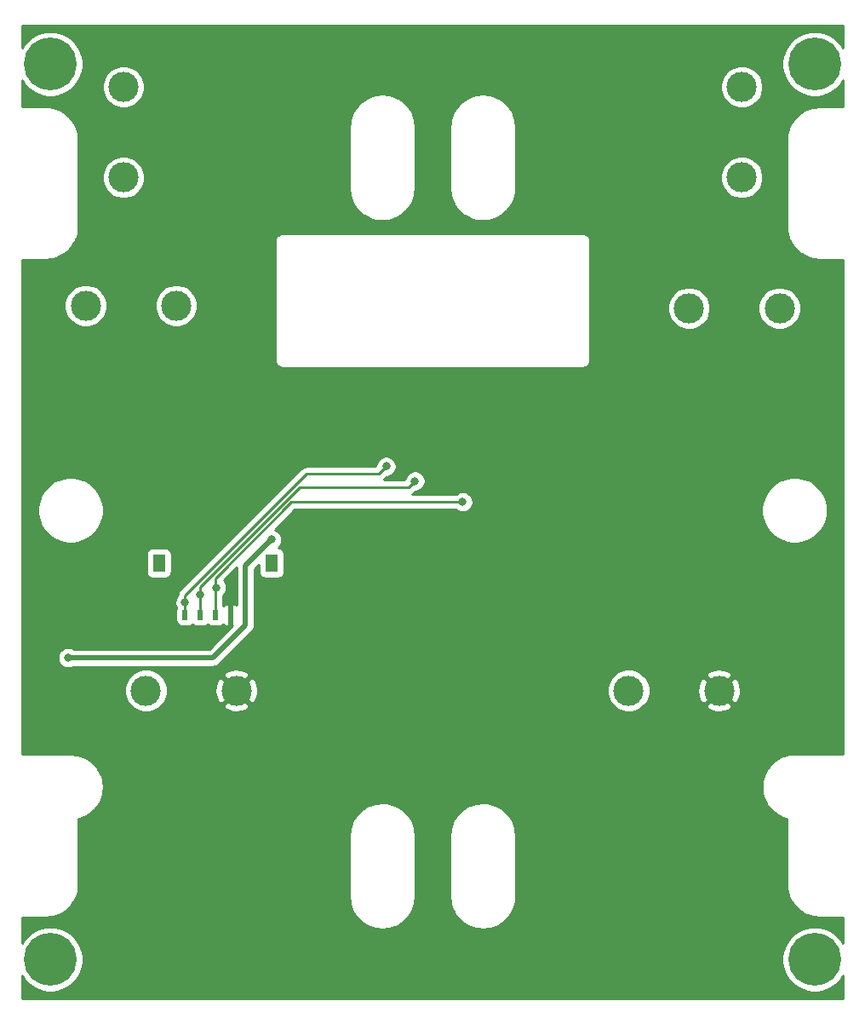
<source format=gbr>
%TF.GenerationSoftware,KiCad,Pcbnew,(5.1.10)-1*%
%TF.CreationDate,2022-06-07T21:34:51-07:00*%
%TF.ProjectId,solar-panel-WithCutout,736f6c61-722d-4706-916e-656c2d576974,1.1*%
%TF.SameCoordinates,Original*%
%TF.FileFunction,Copper,L2,Bot*%
%TF.FilePolarity,Positive*%
%FSLAX46Y46*%
G04 Gerber Fmt 4.6, Leading zero omitted, Abs format (unit mm)*
G04 Created by KiCad (PCBNEW (5.1.10)-1) date 2022-06-07 21:34:51*
%MOMM*%
%LPD*%
G01*
G04 APERTURE LIST*
%TA.AperFunction,ComponentPad*%
%ADD10C,3.000000*%
%TD*%
%TA.AperFunction,ComponentPad*%
%ADD11C,5.250000*%
%TD*%
%TA.AperFunction,SMDPad,CuDef*%
%ADD12R,1.250000X1.800000*%
%TD*%
%TA.AperFunction,SMDPad,CuDef*%
%ADD13R,0.600000X1.000000*%
%TD*%
%TA.AperFunction,ViaPad*%
%ADD14C,0.800000*%
%TD*%
%TA.AperFunction,Conductor*%
%ADD15C,0.250000*%
%TD*%
%TA.AperFunction,Conductor*%
%ADD16C,0.500000*%
%TD*%
%TA.AperFunction,Conductor*%
%ADD17C,0.254000*%
%TD*%
%TA.AperFunction,Conductor*%
%ADD18C,0.100000*%
%TD*%
G04 APERTURE END LIST*
D10*
%TO.P,SC6,2*%
%TO.N,GND*%
X170000000Y-116500000D03*
%TO.P,SC6,1*%
%TO.N,Net-(SC5-Pad2)*%
X161000000Y-116500000D03*
%TD*%
D11*
%TO.P,J5,1*%
%TO.N,Net-(J5-Pad1)*%
X179500000Y-143230000D03*
%TD*%
%TO.P,J4,1*%
%TO.N,Net-(J4-Pad1)*%
X179500000Y-54230000D03*
%TD*%
%TO.P,J3,1*%
%TO.N,Net-(J3-Pad1)*%
X103500000Y-143230000D03*
%TD*%
%TO.P,J2,1*%
%TO.N,Net-(J2-Pad1)*%
X103500000Y-54230000D03*
%TD*%
D12*
%TO.P,J1,7*%
%TO.N,Net-(J1-Pad7)*%
X125500000Y-103810000D03*
%TO.P,J1,6*%
%TO.N,Net-(J1-Pad6)*%
X114290002Y-103810000D03*
D13*
%TO.P,J1,5*%
%TO.N,VSOLAR*%
X122895002Y-109000000D03*
%TO.P,J1,4*%
%TO.N,GND*%
X121395002Y-109000000D03*
%TO.P,J1,3*%
%TO.N,+3V3*%
X119895000Y-109000000D03*
%TO.P,J1,2*%
%TO.N,SCL*%
X118395001Y-109000000D03*
%TO.P,J1,1*%
%TO.N,SDA*%
X116895001Y-109000000D03*
%TD*%
D10*
%TO.P,SC5,2*%
%TO.N,Net-(SC5-Pad2)*%
X176000000Y-78500000D03*
%TO.P,SC5,1*%
%TO.N,Net-(SC4-Pad2)*%
X167000000Y-78500000D03*
%TD*%
%TO.P,SC4,2*%
%TO.N,Net-(SC4-Pad2)*%
X172250000Y-65500000D03*
%TO.P,SC4,1*%
%TO.N,Net-(D2-Pad2)*%
X172250000Y-56500000D03*
%TD*%
%TO.P,SC3,2*%
%TO.N,GND*%
X122000000Y-116500000D03*
%TO.P,SC3,1*%
%TO.N,Net-(SC2-Pad2)*%
X113000000Y-116500000D03*
%TD*%
%TO.P,SC2,2*%
%TO.N,Net-(SC2-Pad2)*%
X116000000Y-78250000D03*
%TO.P,SC2,1*%
%TO.N,Net-(SC1-Pad2)*%
X107000000Y-78250000D03*
%TD*%
%TO.P,SC1,2*%
%TO.N,Net-(SC1-Pad2)*%
X110750000Y-56500000D03*
%TO.P,SC1,1*%
%TO.N,Net-(D1-Pad2)*%
X110750000Y-65500000D03*
%TD*%
D14*
%TO.N,GND*%
X142250000Y-91500000D03*
X146750000Y-114250000D03*
X143750000Y-124000000D03*
X106924999Y-119325001D03*
%TO.N,+3V3*%
X144500000Y-97750000D03*
X120000000Y-106250000D03*
%TO.N,VSOLAR*%
X105250000Y-113250000D03*
X125500000Y-101500000D03*
%TO.N,SDA*%
X136893500Y-94219500D03*
X116891000Y-107750000D03*
%TO.N,SCL*%
X139751000Y-95680000D03*
X118351500Y-106983000D03*
%TD*%
D15*
%TO.N,+3V3*%
X144500000Y-97750000D02*
X144500000Y-97750000D01*
X119895000Y-109000000D02*
X119895000Y-106605000D01*
X127477180Y-97750000D02*
X144500000Y-97750000D01*
X119895000Y-105332180D02*
X120238590Y-104988590D01*
X120238590Y-104988590D02*
X127477180Y-97750000D01*
X119895000Y-109000000D02*
X119895000Y-105332180D01*
X120000000Y-105227180D02*
X120238590Y-104988590D01*
D16*
%TO.N,VSOLAR*%
X122895002Y-104079996D02*
X125516498Y-101458500D01*
X122895002Y-109000000D02*
X122895002Y-104079996D01*
X122895002Y-110000000D02*
X119645002Y-113250000D01*
X122895002Y-109000000D02*
X122895002Y-110000000D01*
X119645002Y-113250000D02*
X107250000Y-113250000D01*
X107250000Y-113250000D02*
X105250000Y-113250000D01*
X105250000Y-113250000D02*
X105250000Y-113250000D01*
X125516498Y-101458500D02*
X125541500Y-101458500D01*
D15*
%TO.N,SDA*%
X116895001Y-107059359D02*
X116895001Y-109000000D01*
X128972860Y-94981500D02*
X116895001Y-107059359D01*
X136131500Y-94981500D02*
X136893500Y-94219500D01*
X128972860Y-94981500D02*
X136131500Y-94981500D01*
%TO.N,SCL*%
X118395001Y-106195769D02*
X118395001Y-109000000D01*
X128275770Y-96315000D02*
X118395001Y-106195769D01*
X139116000Y-96315000D02*
X139751000Y-95680000D01*
X128275770Y-96315000D02*
X139116000Y-96315000D01*
%TD*%
D17*
%TO.N,GND*%
X182340001Y-52612516D02*
X182032208Y-52151871D01*
X181578129Y-51697792D01*
X181044189Y-51341025D01*
X180450907Y-51095280D01*
X179821082Y-50970000D01*
X179178918Y-50970000D01*
X178549093Y-51095280D01*
X177955811Y-51341025D01*
X177421871Y-51697792D01*
X176967792Y-52151871D01*
X176611025Y-52685811D01*
X176365280Y-53279093D01*
X176240000Y-53908918D01*
X176240000Y-54551082D01*
X176365280Y-55180907D01*
X176611025Y-55774189D01*
X176967792Y-56308129D01*
X177421871Y-56762208D01*
X177955811Y-57118975D01*
X178549093Y-57364720D01*
X179178918Y-57490000D01*
X179821082Y-57490000D01*
X180450907Y-57364720D01*
X181044189Y-57118975D01*
X181578129Y-56762208D01*
X182032208Y-56308129D01*
X182340000Y-55847485D01*
X182340000Y-58440000D01*
X179967581Y-58440000D01*
X179938175Y-58442896D01*
X179921682Y-58442781D01*
X179912511Y-58443681D01*
X179398155Y-58497742D01*
X179339624Y-58509757D01*
X179280799Y-58520978D01*
X179271977Y-58523642D01*
X178777917Y-58676579D01*
X178722762Y-58699764D01*
X178667309Y-58722168D01*
X178659177Y-58726493D01*
X178659172Y-58726495D01*
X178659168Y-58726498D01*
X178204228Y-58972481D01*
X178154627Y-59005937D01*
X178104580Y-59038687D01*
X178097439Y-59044512D01*
X177698938Y-59374180D01*
X177656781Y-59416632D01*
X177614048Y-59458479D01*
X177608174Y-59465580D01*
X177281296Y-59866373D01*
X177248203Y-59916181D01*
X177214396Y-59965555D01*
X177210013Y-59973661D01*
X176967207Y-60430313D01*
X176944408Y-60485628D01*
X176920847Y-60540600D01*
X176918122Y-60549403D01*
X176768638Y-61044518D01*
X176757015Y-61103221D01*
X176744582Y-61161710D01*
X176743619Y-61170874D01*
X176693150Y-61685595D01*
X176693150Y-61685608D01*
X176690001Y-61717581D01*
X176690000Y-70382418D01*
X176692896Y-70411824D01*
X176692781Y-70428318D01*
X176693681Y-70437489D01*
X176747742Y-70951845D01*
X176759762Y-71010401D01*
X176770978Y-71069201D01*
X176773642Y-71078023D01*
X176926579Y-71572084D01*
X176949770Y-71627252D01*
X176972168Y-71682691D01*
X176976494Y-71690827D01*
X177222481Y-72145772D01*
X177255937Y-72195373D01*
X177288687Y-72245420D01*
X177294511Y-72252561D01*
X177624180Y-72651062D01*
X177666635Y-72693221D01*
X177708479Y-72735951D01*
X177715580Y-72741825D01*
X178116372Y-73068704D01*
X178166183Y-73101798D01*
X178215555Y-73135604D01*
X178223661Y-73139987D01*
X178680313Y-73382792D01*
X178735607Y-73405583D01*
X178790600Y-73429153D01*
X178799403Y-73431878D01*
X179294518Y-73581362D01*
X179353206Y-73592982D01*
X179411709Y-73605418D01*
X179420874Y-73606381D01*
X179935595Y-73656850D01*
X179935598Y-73656850D01*
X179967581Y-73660000D01*
X182340001Y-73660000D01*
X182340000Y-122775004D01*
X177467581Y-122775004D01*
X177410591Y-122780617D01*
X177051799Y-122807983D01*
X176999876Y-122817103D01*
X176947659Y-122824370D01*
X176938715Y-122826588D01*
X176442463Y-122953295D01*
X176386219Y-122973681D01*
X176329705Y-122993276D01*
X176321362Y-122997188D01*
X175859173Y-123217873D01*
X175807992Y-123248776D01*
X175756329Y-123278993D01*
X175748905Y-123284452D01*
X175338383Y-123590706D01*
X175294185Y-123630956D01*
X175249370Y-123670637D01*
X175243147Y-123677434D01*
X174899928Y-124057592D01*
X174864378Y-124105677D01*
X174828135Y-124153292D01*
X174823351Y-124161168D01*
X174560509Y-124600751D01*
X174534974Y-124654828D01*
X174508672Y-124708572D01*
X174505509Y-124717228D01*
X174333054Y-125199492D01*
X174318504Y-125257518D01*
X174303146Y-125315330D01*
X174301725Y-125324435D01*
X174226228Y-125831012D01*
X174223229Y-125890694D01*
X174219389Y-125950450D01*
X174219763Y-125959658D01*
X174244097Y-126471250D01*
X174252756Y-126530436D01*
X174260589Y-126589746D01*
X174262744Y-126598705D01*
X174385985Y-127095828D01*
X174405975Y-127152205D01*
X174425177Y-127208860D01*
X174429031Y-127217230D01*
X174646482Y-127680948D01*
X174677043Y-127732371D01*
X174706883Y-127784217D01*
X174712290Y-127791679D01*
X175015670Y-128204329D01*
X175055634Y-128248832D01*
X175094979Y-128293898D01*
X175101732Y-128300168D01*
X175479485Y-128646033D01*
X175527319Y-128681917D01*
X175574681Y-128718492D01*
X175582524Y-128723331D01*
X176020262Y-128989236D01*
X176074139Y-129015138D01*
X176127719Y-129041825D01*
X176136352Y-129045048D01*
X176617401Y-129220866D01*
X176675342Y-129235825D01*
X176690000Y-129239829D01*
X176690001Y-135762423D01*
X176692896Y-135791820D01*
X176692781Y-135808322D01*
X176693681Y-135817493D01*
X176747742Y-136331849D01*
X176759762Y-136390405D01*
X176770978Y-136449205D01*
X176773642Y-136458027D01*
X176926579Y-136952088D01*
X176949770Y-137007256D01*
X176972168Y-137062695D01*
X176976494Y-137070831D01*
X177222481Y-137525776D01*
X177255937Y-137575377D01*
X177288687Y-137625424D01*
X177294511Y-137632565D01*
X177624180Y-138031066D01*
X177666635Y-138073225D01*
X177708479Y-138115955D01*
X177715580Y-138121829D01*
X178116372Y-138448708D01*
X178166183Y-138481802D01*
X178215555Y-138515608D01*
X178223661Y-138519991D01*
X178680313Y-138762796D01*
X178735607Y-138785587D01*
X178790600Y-138809157D01*
X178799403Y-138811882D01*
X179294518Y-138961366D01*
X179353206Y-138972986D01*
X179411709Y-138985422D01*
X179420874Y-138986385D01*
X179935595Y-139036854D01*
X179935598Y-139036854D01*
X179967581Y-139040004D01*
X182340001Y-139040004D01*
X182340001Y-141612516D01*
X182032208Y-141151871D01*
X181578129Y-140697792D01*
X181044189Y-140341025D01*
X180450907Y-140095280D01*
X179821082Y-139970000D01*
X179178918Y-139970000D01*
X178549093Y-140095280D01*
X177955811Y-140341025D01*
X177421871Y-140697792D01*
X176967792Y-141151871D01*
X176611025Y-141685811D01*
X176365280Y-142279093D01*
X176240000Y-142908918D01*
X176240000Y-143551082D01*
X176365280Y-144180907D01*
X176611025Y-144774189D01*
X176967792Y-145308129D01*
X177421871Y-145762208D01*
X177955811Y-146118975D01*
X178549093Y-146364720D01*
X179178918Y-146490000D01*
X179821082Y-146490000D01*
X180450907Y-146364720D01*
X181044189Y-146118975D01*
X181578129Y-145762208D01*
X182032208Y-145308129D01*
X182340000Y-144847485D01*
X182340000Y-147090000D01*
X100660000Y-147090000D01*
X100660000Y-144847485D01*
X100967792Y-145308129D01*
X101421871Y-145762208D01*
X101955811Y-146118975D01*
X102549093Y-146364720D01*
X103178918Y-146490000D01*
X103821082Y-146490000D01*
X104450907Y-146364720D01*
X105044189Y-146118975D01*
X105578129Y-145762208D01*
X106032208Y-145308129D01*
X106388975Y-144774189D01*
X106634720Y-144180907D01*
X106760000Y-143551082D01*
X106760000Y-142908918D01*
X106634720Y-142279093D01*
X106388975Y-141685811D01*
X106032208Y-141151871D01*
X105578129Y-140697792D01*
X105044189Y-140341025D01*
X104450907Y-140095280D01*
X103821082Y-139970000D01*
X103178918Y-139970000D01*
X102549093Y-140095280D01*
X101955811Y-140341025D01*
X101421871Y-140697792D01*
X100967792Y-141151871D01*
X100660000Y-141612515D01*
X100660000Y-139060000D01*
X103032419Y-139060000D01*
X103061825Y-139057104D01*
X103078318Y-139057219D01*
X103087489Y-139056319D01*
X103601845Y-139002258D01*
X103660401Y-138990238D01*
X103719201Y-138979022D01*
X103728023Y-138976358D01*
X104222084Y-138823421D01*
X104277252Y-138800230D01*
X104332691Y-138777832D01*
X104340827Y-138773506D01*
X104795772Y-138527519D01*
X104845373Y-138494063D01*
X104895420Y-138461313D01*
X104902561Y-138455489D01*
X105301062Y-138125820D01*
X105343221Y-138083365D01*
X105385951Y-138041521D01*
X105391825Y-138034420D01*
X105718704Y-137633628D01*
X105751798Y-137583817D01*
X105785604Y-137534445D01*
X105789987Y-137526339D01*
X106032792Y-137069687D01*
X106055583Y-137014393D01*
X106079153Y-136959400D01*
X106081878Y-136950597D01*
X106231362Y-136455482D01*
X106242982Y-136396794D01*
X106255418Y-136338291D01*
X106256381Y-136329126D01*
X106306850Y-135814405D01*
X106306850Y-135814402D01*
X106310000Y-135782419D01*
X106310000Y-130897582D01*
X133190000Y-130897582D01*
X133190001Y-136962419D01*
X133190226Y-136964702D01*
X133190274Y-136971602D01*
X133193408Y-137001421D01*
X133193408Y-137031405D01*
X133194371Y-137040570D01*
X133252022Y-137554536D01*
X133264458Y-137613039D01*
X133276078Y-137671727D01*
X133278803Y-137680530D01*
X133435185Y-138173509D01*
X133458736Y-138228456D01*
X133481545Y-138283797D01*
X133485929Y-138291903D01*
X133735087Y-138745120D01*
X133768856Y-138794439D01*
X133801985Y-138844303D01*
X133807860Y-138851403D01*
X134140302Y-139247593D01*
X134183052Y-139289456D01*
X134225192Y-139331892D01*
X134232334Y-139337716D01*
X134635399Y-139661789D01*
X134685452Y-139694542D01*
X134735045Y-139727994D01*
X134743182Y-139732320D01*
X135201518Y-139971931D01*
X135256950Y-139994327D01*
X135312126Y-140017521D01*
X135320948Y-140020184D01*
X135817094Y-140166208D01*
X135875828Y-140177412D01*
X135934451Y-140189446D01*
X135943623Y-140190345D01*
X136458683Y-140237219D01*
X136518501Y-140236801D01*
X136578318Y-140237219D01*
X136587489Y-140236319D01*
X136587491Y-140236319D01*
X137101845Y-140182258D01*
X137160401Y-140170238D01*
X137219201Y-140159022D01*
X137228023Y-140156358D01*
X137722084Y-140003421D01*
X137777252Y-139980230D01*
X137832691Y-139957832D01*
X137840827Y-139953506D01*
X138295772Y-139707519D01*
X138345373Y-139674063D01*
X138395420Y-139641313D01*
X138402561Y-139635489D01*
X138801062Y-139305820D01*
X138843221Y-139263365D01*
X138885951Y-139221521D01*
X138891825Y-139214420D01*
X139218704Y-138813628D01*
X139251798Y-138763817D01*
X139285604Y-138714445D01*
X139289987Y-138706339D01*
X139532792Y-138249687D01*
X139555583Y-138194393D01*
X139579153Y-138139400D01*
X139581878Y-138130597D01*
X139731362Y-137635482D01*
X139742982Y-137576794D01*
X139755418Y-137518291D01*
X139756381Y-137509126D01*
X139806850Y-136994405D01*
X139806850Y-136994402D01*
X139810000Y-136962419D01*
X139810000Y-130897582D01*
X143190000Y-130897582D01*
X143190001Y-136962419D01*
X143190226Y-136964702D01*
X143190274Y-136971602D01*
X143193408Y-137001421D01*
X143193408Y-137031405D01*
X143194371Y-137040570D01*
X143252022Y-137554536D01*
X143264458Y-137613039D01*
X143276078Y-137671727D01*
X143278803Y-137680530D01*
X143435185Y-138173509D01*
X143458736Y-138228456D01*
X143481545Y-138283797D01*
X143485929Y-138291903D01*
X143735087Y-138745120D01*
X143768856Y-138794439D01*
X143801985Y-138844303D01*
X143807860Y-138851403D01*
X144140302Y-139247593D01*
X144183052Y-139289456D01*
X144225192Y-139331892D01*
X144232334Y-139337716D01*
X144635399Y-139661789D01*
X144685452Y-139694542D01*
X144735045Y-139727994D01*
X144743182Y-139732320D01*
X145201518Y-139971931D01*
X145256950Y-139994327D01*
X145312126Y-140017521D01*
X145320948Y-140020184D01*
X145817094Y-140166208D01*
X145875828Y-140177412D01*
X145934451Y-140189446D01*
X145943623Y-140190345D01*
X146458683Y-140237219D01*
X146518501Y-140236801D01*
X146578318Y-140237219D01*
X146587489Y-140236319D01*
X146587491Y-140236319D01*
X147101845Y-140182258D01*
X147160401Y-140170238D01*
X147219201Y-140159022D01*
X147228023Y-140156358D01*
X147722084Y-140003421D01*
X147777252Y-139980230D01*
X147832691Y-139957832D01*
X147840827Y-139953506D01*
X148295772Y-139707519D01*
X148345373Y-139674063D01*
X148395420Y-139641313D01*
X148402561Y-139635489D01*
X148801062Y-139305820D01*
X148843221Y-139263365D01*
X148885951Y-139221521D01*
X148891825Y-139214420D01*
X149218704Y-138813628D01*
X149251798Y-138763817D01*
X149285604Y-138714445D01*
X149289987Y-138706339D01*
X149532792Y-138249687D01*
X149555583Y-138194393D01*
X149579153Y-138139400D01*
X149581878Y-138130597D01*
X149731362Y-137635482D01*
X149742982Y-137576794D01*
X149755418Y-137518291D01*
X149756381Y-137509126D01*
X149806850Y-136994405D01*
X149806850Y-136994402D01*
X149810000Y-136962419D01*
X149810000Y-130897581D01*
X149809774Y-130895287D01*
X149809726Y-130888398D01*
X149806592Y-130858579D01*
X149806592Y-130828594D01*
X149805629Y-130819430D01*
X149747978Y-130305464D01*
X149735542Y-130246961D01*
X149723922Y-130188273D01*
X149721197Y-130179470D01*
X149564815Y-129686490D01*
X149541259Y-129631530D01*
X149518455Y-129576203D01*
X149514072Y-129568097D01*
X149264913Y-129114880D01*
X149231126Y-129065535D01*
X149198014Y-129015697D01*
X149192140Y-129008597D01*
X148859697Y-128612407D01*
X148816967Y-128570563D01*
X148774808Y-128528108D01*
X148767666Y-128522284D01*
X148364601Y-128198212D01*
X148314582Y-128165481D01*
X148264955Y-128132006D01*
X148256818Y-128127680D01*
X147798482Y-127888068D01*
X147743017Y-127865659D01*
X147687874Y-127842479D01*
X147679052Y-127839816D01*
X147182905Y-127693792D01*
X147124186Y-127682591D01*
X147065549Y-127670554D01*
X147056378Y-127669655D01*
X146541317Y-127622781D01*
X146481500Y-127623199D01*
X146421682Y-127622781D01*
X146412511Y-127623681D01*
X145898155Y-127677742D01*
X145839624Y-127689757D01*
X145780799Y-127700978D01*
X145771977Y-127703642D01*
X145277917Y-127856579D01*
X145222762Y-127879764D01*
X145167309Y-127902168D01*
X145159177Y-127906493D01*
X145159172Y-127906495D01*
X145159168Y-127906498D01*
X144704228Y-128152481D01*
X144654627Y-128185937D01*
X144604580Y-128218687D01*
X144597439Y-128224512D01*
X144198938Y-128554180D01*
X144156781Y-128596632D01*
X144114048Y-128638479D01*
X144108174Y-128645580D01*
X143781296Y-129046373D01*
X143748203Y-129096181D01*
X143714396Y-129145555D01*
X143710013Y-129153661D01*
X143467207Y-129610313D01*
X143444408Y-129665628D01*
X143420847Y-129720600D01*
X143418122Y-129729403D01*
X143268638Y-130224518D01*
X143257015Y-130283221D01*
X143244582Y-130341710D01*
X143243619Y-130350874D01*
X143193150Y-130865595D01*
X143190000Y-130897582D01*
X139810000Y-130897582D01*
X139810000Y-130897581D01*
X139809774Y-130895287D01*
X139809726Y-130888398D01*
X139806592Y-130858579D01*
X139806592Y-130828594D01*
X139805629Y-130819430D01*
X139747978Y-130305464D01*
X139735542Y-130246961D01*
X139723922Y-130188273D01*
X139721197Y-130179470D01*
X139564815Y-129686490D01*
X139541259Y-129631530D01*
X139518455Y-129576203D01*
X139514072Y-129568097D01*
X139264913Y-129114880D01*
X139231126Y-129065535D01*
X139198014Y-129015697D01*
X139192140Y-129008597D01*
X138859697Y-128612407D01*
X138816967Y-128570563D01*
X138774808Y-128528108D01*
X138767666Y-128522284D01*
X138364601Y-128198212D01*
X138314582Y-128165481D01*
X138264955Y-128132006D01*
X138256818Y-128127680D01*
X137798482Y-127888068D01*
X137743017Y-127865659D01*
X137687874Y-127842479D01*
X137679052Y-127839816D01*
X137182905Y-127693792D01*
X137124186Y-127682591D01*
X137065549Y-127670554D01*
X137056378Y-127669655D01*
X136541317Y-127622781D01*
X136481500Y-127623199D01*
X136421682Y-127622781D01*
X136412511Y-127623681D01*
X135898155Y-127677742D01*
X135839624Y-127689757D01*
X135780799Y-127700978D01*
X135771977Y-127703642D01*
X135277917Y-127856579D01*
X135222762Y-127879764D01*
X135167309Y-127902168D01*
X135159177Y-127906493D01*
X135159172Y-127906495D01*
X135159168Y-127906498D01*
X134704228Y-128152481D01*
X134654627Y-128185937D01*
X134604580Y-128218687D01*
X134597439Y-128224512D01*
X134198938Y-128554180D01*
X134156781Y-128596632D01*
X134114048Y-128638479D01*
X134108174Y-128645580D01*
X133781296Y-129046373D01*
X133748203Y-129096181D01*
X133714396Y-129145555D01*
X133710013Y-129153661D01*
X133467207Y-129610313D01*
X133444408Y-129665628D01*
X133420847Y-129720600D01*
X133418122Y-129729403D01*
X133268638Y-130224518D01*
X133257015Y-130283221D01*
X133244582Y-130341710D01*
X133243619Y-130350874D01*
X133193150Y-130865595D01*
X133190000Y-130897582D01*
X106310000Y-130897582D01*
X106310000Y-129255487D01*
X106733380Y-129121183D01*
X106788327Y-129097632D01*
X106843668Y-129074823D01*
X106851774Y-129070440D01*
X107300593Y-128823700D01*
X107349971Y-128789890D01*
X107399775Y-128756801D01*
X107406876Y-128750927D01*
X107799221Y-128421710D01*
X107841066Y-128378979D01*
X107883521Y-128336820D01*
X107889345Y-128329679D01*
X108210274Y-127930524D01*
X108243034Y-127880461D01*
X108276479Y-127830877D01*
X108280805Y-127822740D01*
X108518092Y-127368853D01*
X108540494Y-127313407D01*
X108563682Y-127258244D01*
X108566345Y-127249422D01*
X108710952Y-126758089D01*
X108722153Y-126699370D01*
X108734190Y-126640733D01*
X108735089Y-126631562D01*
X108781509Y-126121498D01*
X108781091Y-126061680D01*
X108781509Y-126001863D01*
X108780610Y-125992692D01*
X108727074Y-125483326D01*
X108715047Y-125424739D01*
X108703837Y-125365969D01*
X108701173Y-125357147D01*
X108549720Y-124867881D01*
X108526545Y-124812751D01*
X108504131Y-124757272D01*
X108499804Y-124749136D01*
X108256203Y-124298605D01*
X108222758Y-124249021D01*
X108189998Y-124198958D01*
X108184174Y-124191817D01*
X107857704Y-123797183D01*
X107815287Y-123755061D01*
X107773405Y-123712292D01*
X107766304Y-123706418D01*
X107369399Y-123382711D01*
X107319557Y-123349596D01*
X107270218Y-123315813D01*
X107262112Y-123311430D01*
X106809893Y-123070979D01*
X106754601Y-123048190D01*
X106699605Y-123024618D01*
X106690801Y-123021893D01*
X106200489Y-122873859D01*
X106141818Y-122862242D01*
X106083297Y-122849803D01*
X106074132Y-122848840D01*
X105632706Y-122805558D01*
X105629383Y-122804550D01*
X105532419Y-122795000D01*
X100660000Y-122795000D01*
X100660000Y-116289721D01*
X110865000Y-116289721D01*
X110865000Y-116710279D01*
X110947047Y-117122756D01*
X111107988Y-117511302D01*
X111341637Y-117860983D01*
X111639017Y-118158363D01*
X111988698Y-118392012D01*
X112377244Y-118552953D01*
X112789721Y-118635000D01*
X113210279Y-118635000D01*
X113622756Y-118552953D01*
X114011302Y-118392012D01*
X114360983Y-118158363D01*
X114527693Y-117991653D01*
X120687952Y-117991653D01*
X120843962Y-118307214D01*
X121218745Y-118498020D01*
X121623551Y-118612044D01*
X122042824Y-118644902D01*
X122460451Y-118595334D01*
X122860383Y-118465243D01*
X123156038Y-118307214D01*
X123312048Y-117991653D01*
X122000000Y-116679605D01*
X120687952Y-117991653D01*
X114527693Y-117991653D01*
X114658363Y-117860983D01*
X114892012Y-117511302D01*
X115052953Y-117122756D01*
X115135000Y-116710279D01*
X115135000Y-116542824D01*
X119855098Y-116542824D01*
X119904666Y-116960451D01*
X120034757Y-117360383D01*
X120192786Y-117656038D01*
X120508347Y-117812048D01*
X121820395Y-116500000D01*
X122179605Y-116500000D01*
X123491653Y-117812048D01*
X123807214Y-117656038D01*
X123998020Y-117281255D01*
X124112044Y-116876449D01*
X124144902Y-116457176D01*
X124125027Y-116289721D01*
X158865000Y-116289721D01*
X158865000Y-116710279D01*
X158947047Y-117122756D01*
X159107988Y-117511302D01*
X159341637Y-117860983D01*
X159639017Y-118158363D01*
X159988698Y-118392012D01*
X160377244Y-118552953D01*
X160789721Y-118635000D01*
X161210279Y-118635000D01*
X161622756Y-118552953D01*
X162011302Y-118392012D01*
X162360983Y-118158363D01*
X162527693Y-117991653D01*
X168687952Y-117991653D01*
X168843962Y-118307214D01*
X169218745Y-118498020D01*
X169623551Y-118612044D01*
X170042824Y-118644902D01*
X170460451Y-118595334D01*
X170860383Y-118465243D01*
X171156038Y-118307214D01*
X171312048Y-117991653D01*
X170000000Y-116679605D01*
X168687952Y-117991653D01*
X162527693Y-117991653D01*
X162658363Y-117860983D01*
X162892012Y-117511302D01*
X163052953Y-117122756D01*
X163135000Y-116710279D01*
X163135000Y-116542824D01*
X167855098Y-116542824D01*
X167904666Y-116960451D01*
X168034757Y-117360383D01*
X168192786Y-117656038D01*
X168508347Y-117812048D01*
X169820395Y-116500000D01*
X170179605Y-116500000D01*
X171491653Y-117812048D01*
X171807214Y-117656038D01*
X171998020Y-117281255D01*
X172112044Y-116876449D01*
X172144902Y-116457176D01*
X172095334Y-116039549D01*
X171965243Y-115639617D01*
X171807214Y-115343962D01*
X171491653Y-115187952D01*
X170179605Y-116500000D01*
X169820395Y-116500000D01*
X168508347Y-115187952D01*
X168192786Y-115343962D01*
X168001980Y-115718745D01*
X167887956Y-116123551D01*
X167855098Y-116542824D01*
X163135000Y-116542824D01*
X163135000Y-116289721D01*
X163052953Y-115877244D01*
X162892012Y-115488698D01*
X162658363Y-115139017D01*
X162527693Y-115008347D01*
X168687952Y-115008347D01*
X170000000Y-116320395D01*
X171312048Y-115008347D01*
X171156038Y-114692786D01*
X170781255Y-114501980D01*
X170376449Y-114387956D01*
X169957176Y-114355098D01*
X169539549Y-114404666D01*
X169139617Y-114534757D01*
X168843962Y-114692786D01*
X168687952Y-115008347D01*
X162527693Y-115008347D01*
X162360983Y-114841637D01*
X162011302Y-114607988D01*
X161622756Y-114447047D01*
X161210279Y-114365000D01*
X160789721Y-114365000D01*
X160377244Y-114447047D01*
X159988698Y-114607988D01*
X159639017Y-114841637D01*
X159341637Y-115139017D01*
X159107988Y-115488698D01*
X158947047Y-115877244D01*
X158865000Y-116289721D01*
X124125027Y-116289721D01*
X124095334Y-116039549D01*
X123965243Y-115639617D01*
X123807214Y-115343962D01*
X123491653Y-115187952D01*
X122179605Y-116500000D01*
X121820395Y-116500000D01*
X120508347Y-115187952D01*
X120192786Y-115343962D01*
X120001980Y-115718745D01*
X119887956Y-116123551D01*
X119855098Y-116542824D01*
X115135000Y-116542824D01*
X115135000Y-116289721D01*
X115052953Y-115877244D01*
X114892012Y-115488698D01*
X114658363Y-115139017D01*
X114527693Y-115008347D01*
X120687952Y-115008347D01*
X122000000Y-116320395D01*
X123312048Y-115008347D01*
X123156038Y-114692786D01*
X122781255Y-114501980D01*
X122376449Y-114387956D01*
X121957176Y-114355098D01*
X121539549Y-114404666D01*
X121139617Y-114534757D01*
X120843962Y-114692786D01*
X120687952Y-115008347D01*
X114527693Y-115008347D01*
X114360983Y-114841637D01*
X114011302Y-114607988D01*
X113622756Y-114447047D01*
X113210279Y-114365000D01*
X112789721Y-114365000D01*
X112377244Y-114447047D01*
X111988698Y-114607988D01*
X111639017Y-114841637D01*
X111341637Y-115139017D01*
X111107988Y-115488698D01*
X110947047Y-115877244D01*
X110865000Y-116289721D01*
X100660000Y-116289721D01*
X100660000Y-113148061D01*
X104215000Y-113148061D01*
X104215000Y-113351939D01*
X104254774Y-113551898D01*
X104332795Y-113740256D01*
X104446063Y-113909774D01*
X104590226Y-114053937D01*
X104759744Y-114167205D01*
X104948102Y-114245226D01*
X105148061Y-114285000D01*
X105351939Y-114285000D01*
X105551898Y-114245226D01*
X105740256Y-114167205D01*
X105788454Y-114135000D01*
X119601533Y-114135000D01*
X119645002Y-114139281D01*
X119688471Y-114135000D01*
X119688479Y-114135000D01*
X119818492Y-114122195D01*
X119985315Y-114071589D01*
X120139061Y-113989411D01*
X120273819Y-113878817D01*
X120301536Y-113845044D01*
X123490051Y-110656530D01*
X123523819Y-110628817D01*
X123634413Y-110494059D01*
X123716591Y-110340313D01*
X123767197Y-110173490D01*
X123780002Y-110043477D01*
X123780002Y-110043467D01*
X123784283Y-110000001D01*
X123780002Y-109956534D01*
X123780002Y-109752603D01*
X123784504Y-109744180D01*
X123820814Y-109624482D01*
X123833074Y-109500000D01*
X123833074Y-108500000D01*
X123820814Y-108375518D01*
X123784504Y-108255820D01*
X123780002Y-108247397D01*
X123780002Y-104446574D01*
X124236928Y-103989648D01*
X124236928Y-104710000D01*
X124249188Y-104834482D01*
X124285498Y-104954180D01*
X124344463Y-105064494D01*
X124423815Y-105161185D01*
X124520506Y-105240537D01*
X124630820Y-105299502D01*
X124750518Y-105335812D01*
X124875000Y-105348072D01*
X126125000Y-105348072D01*
X126249482Y-105335812D01*
X126369180Y-105299502D01*
X126479494Y-105240537D01*
X126576185Y-105161185D01*
X126655537Y-105064494D01*
X126714502Y-104954180D01*
X126750812Y-104834482D01*
X126763072Y-104710000D01*
X126763072Y-102910000D01*
X126750812Y-102785518D01*
X126714502Y-102665820D01*
X126655537Y-102555506D01*
X126576185Y-102458815D01*
X126479494Y-102379463D01*
X126369180Y-102320498D01*
X126249482Y-102284188D01*
X126185795Y-102277916D01*
X126303937Y-102159774D01*
X126417205Y-101990256D01*
X126495226Y-101801898D01*
X126535000Y-101601939D01*
X126535000Y-101398061D01*
X126495226Y-101198102D01*
X126417205Y-101009744D01*
X126303937Y-100840226D01*
X126159774Y-100696063D01*
X125990256Y-100582795D01*
X125801898Y-100504774D01*
X125797986Y-100503996D01*
X127791982Y-98510000D01*
X143796289Y-98510000D01*
X143840226Y-98553937D01*
X144009744Y-98667205D01*
X144198102Y-98745226D01*
X144398061Y-98785000D01*
X144601939Y-98785000D01*
X144801898Y-98745226D01*
X144990256Y-98667205D01*
X145159774Y-98553937D01*
X145303937Y-98409774D01*
X145406649Y-98256053D01*
X174210914Y-98256053D01*
X174210914Y-98903947D01*
X174337312Y-99539391D01*
X174585250Y-100137966D01*
X174945200Y-100676670D01*
X175403330Y-101134800D01*
X175942034Y-101494750D01*
X176540609Y-101742688D01*
X177176053Y-101869086D01*
X177823947Y-101869086D01*
X178459391Y-101742688D01*
X179057966Y-101494750D01*
X179596670Y-101134800D01*
X180054800Y-100676670D01*
X180414750Y-100137966D01*
X180662688Y-99539391D01*
X180789086Y-98903947D01*
X180789086Y-98256053D01*
X180662688Y-97620609D01*
X180414750Y-97022034D01*
X180054800Y-96483330D01*
X179596670Y-96025200D01*
X179057966Y-95665250D01*
X178459391Y-95417312D01*
X177823947Y-95290914D01*
X177176053Y-95290914D01*
X176540609Y-95417312D01*
X175942034Y-95665250D01*
X175403330Y-96025200D01*
X174945200Y-96483330D01*
X174585250Y-97022034D01*
X174337312Y-97620609D01*
X174210914Y-98256053D01*
X145406649Y-98256053D01*
X145417205Y-98240256D01*
X145495226Y-98051898D01*
X145535000Y-97851939D01*
X145535000Y-97648061D01*
X145495226Y-97448102D01*
X145417205Y-97259744D01*
X145303937Y-97090226D01*
X145159774Y-96946063D01*
X144990256Y-96832795D01*
X144801898Y-96754774D01*
X144601939Y-96715000D01*
X144398061Y-96715000D01*
X144198102Y-96754774D01*
X144009744Y-96832795D01*
X143840226Y-96946063D01*
X143796289Y-96990000D01*
X139465394Y-96990000D01*
X139540276Y-96949974D01*
X139656001Y-96855001D01*
X139679803Y-96825998D01*
X139790801Y-96715000D01*
X139852939Y-96715000D01*
X140052898Y-96675226D01*
X140241256Y-96597205D01*
X140410774Y-96483937D01*
X140554937Y-96339774D01*
X140668205Y-96170256D01*
X140746226Y-95981898D01*
X140786000Y-95781939D01*
X140786000Y-95578061D01*
X140746226Y-95378102D01*
X140668205Y-95189744D01*
X140554937Y-95020226D01*
X140410774Y-94876063D01*
X140241256Y-94762795D01*
X140052898Y-94684774D01*
X139852939Y-94645000D01*
X139649061Y-94645000D01*
X139449102Y-94684774D01*
X139260744Y-94762795D01*
X139091226Y-94876063D01*
X138947063Y-95020226D01*
X138833795Y-95189744D01*
X138755774Y-95378102D01*
X138720587Y-95555000D01*
X136630682Y-95555000D01*
X136671501Y-95521501D01*
X136695303Y-95492498D01*
X136933301Y-95254500D01*
X136995439Y-95254500D01*
X137195398Y-95214726D01*
X137383756Y-95136705D01*
X137553274Y-95023437D01*
X137697437Y-94879274D01*
X137810705Y-94709756D01*
X137888726Y-94521398D01*
X137928500Y-94321439D01*
X137928500Y-94117561D01*
X137888726Y-93917602D01*
X137810705Y-93729244D01*
X137697437Y-93559726D01*
X137553274Y-93415563D01*
X137383756Y-93302295D01*
X137195398Y-93224274D01*
X136995439Y-93184500D01*
X136791561Y-93184500D01*
X136591602Y-93224274D01*
X136403244Y-93302295D01*
X136233726Y-93415563D01*
X136089563Y-93559726D01*
X135976295Y-93729244D01*
X135898274Y-93917602D01*
X135858500Y-94117561D01*
X135858500Y-94179699D01*
X135816699Y-94221500D01*
X129010182Y-94221500D01*
X128972859Y-94217824D01*
X128935537Y-94221500D01*
X128935527Y-94221500D01*
X128823874Y-94232497D01*
X128680613Y-94275954D01*
X128548583Y-94346526D01*
X128464943Y-94415168D01*
X128432859Y-94441499D01*
X128409061Y-94470497D01*
X116384004Y-106495555D01*
X116355000Y-106519358D01*
X116299872Y-106586533D01*
X116260027Y-106635083D01*
X116196050Y-106754774D01*
X116189455Y-106767113D01*
X116145998Y-106910374D01*
X116135001Y-107022027D01*
X116135001Y-107022037D01*
X116132788Y-107044501D01*
X116087063Y-107090226D01*
X115973795Y-107259744D01*
X115895774Y-107448102D01*
X115856000Y-107648061D01*
X115856000Y-107851939D01*
X115895774Y-108051898D01*
X115973795Y-108240256D01*
X115998847Y-108277749D01*
X115969189Y-108375518D01*
X115956929Y-108500000D01*
X115956929Y-109500000D01*
X115969189Y-109624482D01*
X116005499Y-109744180D01*
X116064464Y-109854494D01*
X116143816Y-109951185D01*
X116240507Y-110030537D01*
X116350821Y-110089502D01*
X116470519Y-110125812D01*
X116595001Y-110138072D01*
X117195001Y-110138072D01*
X117319483Y-110125812D01*
X117439181Y-110089502D01*
X117549495Y-110030537D01*
X117645001Y-109952158D01*
X117740507Y-110030537D01*
X117850821Y-110089502D01*
X117970519Y-110125812D01*
X118095001Y-110138072D01*
X118695001Y-110138072D01*
X118819483Y-110125812D01*
X118939181Y-110089502D01*
X119049495Y-110030537D01*
X119145001Y-109952158D01*
X119240506Y-110030537D01*
X119350820Y-110089502D01*
X119470518Y-110125812D01*
X119595000Y-110138072D01*
X120195000Y-110138072D01*
X120319482Y-110125812D01*
X120439180Y-110089502D01*
X120549494Y-110030537D01*
X120645001Y-109952157D01*
X120740508Y-110030537D01*
X120850822Y-110089502D01*
X120970520Y-110125812D01*
X121095002Y-110138072D01*
X121109252Y-110135000D01*
X121268002Y-109976250D01*
X121268002Y-109127000D01*
X121248002Y-109127000D01*
X121248002Y-108873000D01*
X121268002Y-108873000D01*
X121268002Y-108023750D01*
X121109252Y-107865000D01*
X121095002Y-107861928D01*
X120970520Y-107874188D01*
X120850822Y-107910498D01*
X120740508Y-107969463D01*
X120655000Y-108039637D01*
X120655000Y-107057127D01*
X120659774Y-107053937D01*
X120803937Y-106909774D01*
X120917205Y-106740256D01*
X120995226Y-106551898D01*
X121035000Y-106351939D01*
X121035000Y-106148061D01*
X120995226Y-105948102D01*
X120917205Y-105759744D01*
X120803937Y-105590226D01*
X120757846Y-105544135D01*
X122010003Y-104291978D01*
X122010002Y-107948353D01*
X121939182Y-107910498D01*
X121819484Y-107874188D01*
X121695002Y-107861928D01*
X121680752Y-107865000D01*
X121522002Y-108023750D01*
X121522002Y-108873000D01*
X121542002Y-108873000D01*
X121542002Y-109127000D01*
X121522002Y-109127000D01*
X121522002Y-109976250D01*
X121594588Y-110048836D01*
X119278424Y-112365000D01*
X105788454Y-112365000D01*
X105740256Y-112332795D01*
X105551898Y-112254774D01*
X105351939Y-112215000D01*
X105148061Y-112215000D01*
X104948102Y-112254774D01*
X104759744Y-112332795D01*
X104590226Y-112446063D01*
X104446063Y-112590226D01*
X104332795Y-112759744D01*
X104254774Y-112948102D01*
X104215000Y-113148061D01*
X100660000Y-113148061D01*
X100660000Y-102910000D01*
X113026930Y-102910000D01*
X113026930Y-104710000D01*
X113039190Y-104834482D01*
X113075500Y-104954180D01*
X113134465Y-105064494D01*
X113213817Y-105161185D01*
X113310508Y-105240537D01*
X113420822Y-105299502D01*
X113540520Y-105335812D01*
X113665002Y-105348072D01*
X114915002Y-105348072D01*
X115039484Y-105335812D01*
X115159182Y-105299502D01*
X115269496Y-105240537D01*
X115366187Y-105161185D01*
X115445539Y-105064494D01*
X115504504Y-104954180D01*
X115540814Y-104834482D01*
X115553074Y-104710000D01*
X115553074Y-102910000D01*
X115540814Y-102785518D01*
X115504504Y-102665820D01*
X115445539Y-102555506D01*
X115366187Y-102458815D01*
X115269496Y-102379463D01*
X115159182Y-102320498D01*
X115039484Y-102284188D01*
X114915002Y-102271928D01*
X113665002Y-102271928D01*
X113540520Y-102284188D01*
X113420822Y-102320498D01*
X113310508Y-102379463D01*
X113213817Y-102458815D01*
X113134465Y-102555506D01*
X113075500Y-102665820D01*
X113039190Y-102785518D01*
X113026930Y-102910000D01*
X100660000Y-102910000D01*
X100660000Y-98256053D01*
X102210914Y-98256053D01*
X102210914Y-98903947D01*
X102337312Y-99539391D01*
X102585250Y-100137966D01*
X102945200Y-100676670D01*
X103403330Y-101134800D01*
X103942034Y-101494750D01*
X104540609Y-101742688D01*
X105176053Y-101869086D01*
X105823947Y-101869086D01*
X106459391Y-101742688D01*
X107057966Y-101494750D01*
X107596670Y-101134800D01*
X108054800Y-100676670D01*
X108414750Y-100137966D01*
X108662688Y-99539391D01*
X108789086Y-98903947D01*
X108789086Y-98256053D01*
X108662688Y-97620609D01*
X108414750Y-97022034D01*
X108054800Y-96483330D01*
X107596670Y-96025200D01*
X107057966Y-95665250D01*
X106459391Y-95417312D01*
X105823947Y-95290914D01*
X105176053Y-95290914D01*
X104540609Y-95417312D01*
X103942034Y-95665250D01*
X103403330Y-96025200D01*
X102945200Y-96483330D01*
X102585250Y-97022034D01*
X102337312Y-97620609D01*
X102210914Y-98256053D01*
X100660000Y-98256053D01*
X100660000Y-78039721D01*
X104865000Y-78039721D01*
X104865000Y-78460279D01*
X104947047Y-78872756D01*
X105107988Y-79261302D01*
X105341637Y-79610983D01*
X105639017Y-79908363D01*
X105988698Y-80142012D01*
X106377244Y-80302953D01*
X106789721Y-80385000D01*
X107210279Y-80385000D01*
X107622756Y-80302953D01*
X108011302Y-80142012D01*
X108360983Y-79908363D01*
X108658363Y-79610983D01*
X108892012Y-79261302D01*
X109052953Y-78872756D01*
X109135000Y-78460279D01*
X109135000Y-78039721D01*
X113865000Y-78039721D01*
X113865000Y-78460279D01*
X113947047Y-78872756D01*
X114107988Y-79261302D01*
X114341637Y-79610983D01*
X114639017Y-79908363D01*
X114988698Y-80142012D01*
X115377244Y-80302953D01*
X115789721Y-80385000D01*
X116210279Y-80385000D01*
X116622756Y-80302953D01*
X117011302Y-80142012D01*
X117360983Y-79908363D01*
X117658363Y-79610983D01*
X117892012Y-79261302D01*
X118052953Y-78872756D01*
X118135000Y-78460279D01*
X118135000Y-78039721D01*
X118052953Y-77627244D01*
X117892012Y-77238698D01*
X117658363Y-76889017D01*
X117360983Y-76591637D01*
X117011302Y-76357988D01*
X116622756Y-76197047D01*
X116210279Y-76115000D01*
X115789721Y-76115000D01*
X115377244Y-76197047D01*
X114988698Y-76357988D01*
X114639017Y-76591637D01*
X114341637Y-76889017D01*
X114107988Y-77238698D01*
X113947047Y-77627244D01*
X113865000Y-78039721D01*
X109135000Y-78039721D01*
X109052953Y-77627244D01*
X108892012Y-77238698D01*
X108658363Y-76889017D01*
X108360983Y-76591637D01*
X108011302Y-76357988D01*
X107622756Y-76197047D01*
X107210279Y-76115000D01*
X106789721Y-76115000D01*
X106377244Y-76197047D01*
X105988698Y-76357988D01*
X105639017Y-76591637D01*
X105341637Y-76889017D01*
X105107988Y-77238698D01*
X104947047Y-77627244D01*
X104865000Y-78039721D01*
X100660000Y-78039721D01*
X100660000Y-73660000D01*
X103032419Y-73660000D01*
X103061825Y-73657104D01*
X103078318Y-73657219D01*
X103087489Y-73656319D01*
X103601845Y-73602258D01*
X103660401Y-73590238D01*
X103719201Y-73579022D01*
X103728023Y-73576358D01*
X104222084Y-73423421D01*
X104277252Y-73400230D01*
X104332691Y-73377832D01*
X104340827Y-73373506D01*
X104795772Y-73127519D01*
X104845373Y-73094063D01*
X104895420Y-73061313D01*
X104902561Y-73055489D01*
X105301062Y-72725820D01*
X105343221Y-72683365D01*
X105385951Y-72641521D01*
X105391825Y-72634420D01*
X105718704Y-72233628D01*
X105751798Y-72183817D01*
X105785604Y-72134445D01*
X105789987Y-72126339D01*
X105990089Y-71750000D01*
X125836807Y-71750000D01*
X125840001Y-71782429D01*
X125840000Y-83717581D01*
X125836807Y-83750000D01*
X125849550Y-83879383D01*
X125887290Y-84003793D01*
X125948575Y-84118450D01*
X126031052Y-84218948D01*
X126131550Y-84301425D01*
X126246207Y-84362710D01*
X126370617Y-84400450D01*
X126500000Y-84413193D01*
X126532419Y-84410000D01*
X156467581Y-84410000D01*
X156500000Y-84413193D01*
X156532419Y-84410000D01*
X156629383Y-84400450D01*
X156753793Y-84362710D01*
X156868450Y-84301425D01*
X156968948Y-84218948D01*
X157051425Y-84118450D01*
X157112710Y-84003793D01*
X157150450Y-83879383D01*
X157163193Y-83750000D01*
X157160000Y-83717581D01*
X157160000Y-78289721D01*
X164865000Y-78289721D01*
X164865000Y-78710279D01*
X164947047Y-79122756D01*
X165107988Y-79511302D01*
X165341637Y-79860983D01*
X165639017Y-80158363D01*
X165988698Y-80392012D01*
X166377244Y-80552953D01*
X166789721Y-80635000D01*
X167210279Y-80635000D01*
X167622756Y-80552953D01*
X168011302Y-80392012D01*
X168360983Y-80158363D01*
X168658363Y-79860983D01*
X168892012Y-79511302D01*
X169052953Y-79122756D01*
X169135000Y-78710279D01*
X169135000Y-78289721D01*
X173865000Y-78289721D01*
X173865000Y-78710279D01*
X173947047Y-79122756D01*
X174107988Y-79511302D01*
X174341637Y-79860983D01*
X174639017Y-80158363D01*
X174988698Y-80392012D01*
X175377244Y-80552953D01*
X175789721Y-80635000D01*
X176210279Y-80635000D01*
X176622756Y-80552953D01*
X177011302Y-80392012D01*
X177360983Y-80158363D01*
X177658363Y-79860983D01*
X177892012Y-79511302D01*
X178052953Y-79122756D01*
X178135000Y-78710279D01*
X178135000Y-78289721D01*
X178052953Y-77877244D01*
X177892012Y-77488698D01*
X177658363Y-77139017D01*
X177360983Y-76841637D01*
X177011302Y-76607988D01*
X176622756Y-76447047D01*
X176210279Y-76365000D01*
X175789721Y-76365000D01*
X175377244Y-76447047D01*
X174988698Y-76607988D01*
X174639017Y-76841637D01*
X174341637Y-77139017D01*
X174107988Y-77488698D01*
X173947047Y-77877244D01*
X173865000Y-78289721D01*
X169135000Y-78289721D01*
X169052953Y-77877244D01*
X168892012Y-77488698D01*
X168658363Y-77139017D01*
X168360983Y-76841637D01*
X168011302Y-76607988D01*
X167622756Y-76447047D01*
X167210279Y-76365000D01*
X166789721Y-76365000D01*
X166377244Y-76447047D01*
X165988698Y-76607988D01*
X165639017Y-76841637D01*
X165341637Y-77139017D01*
X165107988Y-77488698D01*
X164947047Y-77877244D01*
X164865000Y-78289721D01*
X157160000Y-78289721D01*
X157160000Y-71782419D01*
X157163193Y-71750000D01*
X157150450Y-71620617D01*
X157112710Y-71496207D01*
X157051425Y-71381550D01*
X156968948Y-71281052D01*
X156868450Y-71198575D01*
X156753793Y-71137290D01*
X156629383Y-71099550D01*
X156532419Y-71090000D01*
X156500000Y-71086807D01*
X156467581Y-71090000D01*
X126532419Y-71090000D01*
X126500000Y-71086807D01*
X126467581Y-71090000D01*
X126370617Y-71099550D01*
X126246207Y-71137290D01*
X126131550Y-71198575D01*
X126031052Y-71281052D01*
X125948575Y-71381550D01*
X125887290Y-71496207D01*
X125849550Y-71620617D01*
X125836807Y-71750000D01*
X105990089Y-71750000D01*
X106032792Y-71669687D01*
X106055583Y-71614393D01*
X106079153Y-71559400D01*
X106081878Y-71550597D01*
X106231362Y-71055482D01*
X106242982Y-70996794D01*
X106255418Y-70938291D01*
X106256381Y-70929126D01*
X106306850Y-70414405D01*
X106306850Y-70414402D01*
X106310000Y-70382419D01*
X106310000Y-65289721D01*
X108615000Y-65289721D01*
X108615000Y-65710279D01*
X108697047Y-66122756D01*
X108857988Y-66511302D01*
X109091637Y-66860983D01*
X109389017Y-67158363D01*
X109738698Y-67392012D01*
X110127244Y-67552953D01*
X110539721Y-67635000D01*
X110960279Y-67635000D01*
X111372756Y-67552953D01*
X111761302Y-67392012D01*
X112110983Y-67158363D01*
X112408363Y-66860983D01*
X112607857Y-66562418D01*
X133190000Y-66562418D01*
X133190226Y-66564712D01*
X133190274Y-66571602D01*
X133193408Y-66601421D01*
X133193408Y-66631405D01*
X133194371Y-66640570D01*
X133252022Y-67154536D01*
X133264458Y-67213039D01*
X133276078Y-67271727D01*
X133278803Y-67280530D01*
X133435185Y-67773509D01*
X133458736Y-67828456D01*
X133481545Y-67883797D01*
X133485929Y-67891903D01*
X133735087Y-68345120D01*
X133768856Y-68394439D01*
X133801985Y-68444303D01*
X133807860Y-68451403D01*
X134140302Y-68847593D01*
X134183052Y-68889456D01*
X134225192Y-68931892D01*
X134232334Y-68937716D01*
X134635399Y-69261789D01*
X134685452Y-69294542D01*
X134735045Y-69327994D01*
X134743182Y-69332320D01*
X135201518Y-69571931D01*
X135256950Y-69594327D01*
X135312126Y-69617521D01*
X135320948Y-69620184D01*
X135817094Y-69766208D01*
X135875828Y-69777412D01*
X135934451Y-69789446D01*
X135943623Y-69790345D01*
X136458683Y-69837219D01*
X136518501Y-69836801D01*
X136578318Y-69837219D01*
X136587489Y-69836319D01*
X136587491Y-69836319D01*
X137101845Y-69782258D01*
X137160401Y-69770238D01*
X137219201Y-69759022D01*
X137228023Y-69756358D01*
X137722084Y-69603421D01*
X137777252Y-69580230D01*
X137832691Y-69557832D01*
X137840827Y-69553506D01*
X138295772Y-69307519D01*
X138345373Y-69274063D01*
X138395420Y-69241313D01*
X138402561Y-69235489D01*
X138801062Y-68905820D01*
X138843221Y-68863365D01*
X138885951Y-68821521D01*
X138891825Y-68814420D01*
X139218704Y-68413628D01*
X139251798Y-68363817D01*
X139285604Y-68314445D01*
X139289987Y-68306339D01*
X139532792Y-67849687D01*
X139555583Y-67794393D01*
X139579153Y-67739400D01*
X139581878Y-67730597D01*
X139731362Y-67235482D01*
X139742982Y-67176794D01*
X139755418Y-67118291D01*
X139756381Y-67109126D01*
X139806850Y-66594405D01*
X139806850Y-66594402D01*
X139810000Y-66562419D01*
X139810000Y-60497582D01*
X143190000Y-60497582D01*
X143190001Y-66562419D01*
X143190226Y-66564702D01*
X143190274Y-66571602D01*
X143193408Y-66601421D01*
X143193408Y-66631405D01*
X143194371Y-66640570D01*
X143252022Y-67154536D01*
X143264458Y-67213039D01*
X143276078Y-67271727D01*
X143278803Y-67280530D01*
X143435185Y-67773509D01*
X143458736Y-67828456D01*
X143481545Y-67883797D01*
X143485929Y-67891903D01*
X143735087Y-68345120D01*
X143768856Y-68394439D01*
X143801985Y-68444303D01*
X143807860Y-68451403D01*
X144140302Y-68847593D01*
X144183052Y-68889456D01*
X144225192Y-68931892D01*
X144232334Y-68937716D01*
X144635399Y-69261789D01*
X144685452Y-69294542D01*
X144735045Y-69327994D01*
X144743182Y-69332320D01*
X145201518Y-69571931D01*
X145256950Y-69594327D01*
X145312126Y-69617521D01*
X145320948Y-69620184D01*
X145817094Y-69766208D01*
X145875828Y-69777412D01*
X145934451Y-69789446D01*
X145943623Y-69790345D01*
X146458683Y-69837219D01*
X146518501Y-69836801D01*
X146578318Y-69837219D01*
X146587489Y-69836319D01*
X146587491Y-69836319D01*
X147101845Y-69782258D01*
X147160401Y-69770238D01*
X147219201Y-69759022D01*
X147228023Y-69756358D01*
X147722084Y-69603421D01*
X147777252Y-69580230D01*
X147832691Y-69557832D01*
X147840827Y-69553506D01*
X148295772Y-69307519D01*
X148345373Y-69274063D01*
X148395420Y-69241313D01*
X148402561Y-69235489D01*
X148801062Y-68905820D01*
X148843221Y-68863365D01*
X148885951Y-68821521D01*
X148891825Y-68814420D01*
X149218704Y-68413628D01*
X149251798Y-68363817D01*
X149285604Y-68314445D01*
X149289987Y-68306339D01*
X149532792Y-67849687D01*
X149555583Y-67794393D01*
X149579153Y-67739400D01*
X149581878Y-67730597D01*
X149731362Y-67235482D01*
X149742982Y-67176794D01*
X149755418Y-67118291D01*
X149756381Y-67109126D01*
X149806850Y-66594405D01*
X149806850Y-66594402D01*
X149810000Y-66562419D01*
X149810000Y-65289721D01*
X170115000Y-65289721D01*
X170115000Y-65710279D01*
X170197047Y-66122756D01*
X170357988Y-66511302D01*
X170591637Y-66860983D01*
X170889017Y-67158363D01*
X171238698Y-67392012D01*
X171627244Y-67552953D01*
X172039721Y-67635000D01*
X172460279Y-67635000D01*
X172872756Y-67552953D01*
X173261302Y-67392012D01*
X173610983Y-67158363D01*
X173908363Y-66860983D01*
X174142012Y-66511302D01*
X174302953Y-66122756D01*
X174385000Y-65710279D01*
X174385000Y-65289721D01*
X174302953Y-64877244D01*
X174142012Y-64488698D01*
X173908363Y-64139017D01*
X173610983Y-63841637D01*
X173261302Y-63607988D01*
X172872756Y-63447047D01*
X172460279Y-63365000D01*
X172039721Y-63365000D01*
X171627244Y-63447047D01*
X171238698Y-63607988D01*
X170889017Y-63841637D01*
X170591637Y-64139017D01*
X170357988Y-64488698D01*
X170197047Y-64877244D01*
X170115000Y-65289721D01*
X149810000Y-65289721D01*
X149810000Y-60497581D01*
X149809774Y-60495287D01*
X149809726Y-60488398D01*
X149806592Y-60458579D01*
X149806592Y-60428594D01*
X149805629Y-60419430D01*
X149747978Y-59905464D01*
X149735542Y-59846961D01*
X149723922Y-59788273D01*
X149721197Y-59779470D01*
X149564815Y-59286490D01*
X149541259Y-59231530D01*
X149518455Y-59176203D01*
X149514072Y-59168097D01*
X149264913Y-58714880D01*
X149231126Y-58665535D01*
X149198014Y-58615697D01*
X149192140Y-58608597D01*
X148859697Y-58212407D01*
X148816967Y-58170563D01*
X148774808Y-58128108D01*
X148767666Y-58122284D01*
X148364601Y-57798212D01*
X148314582Y-57765481D01*
X148264955Y-57732006D01*
X148256818Y-57727680D01*
X147798482Y-57488068D01*
X147743017Y-57465659D01*
X147687874Y-57442479D01*
X147679052Y-57439816D01*
X147182905Y-57293792D01*
X147124186Y-57282591D01*
X147065549Y-57270554D01*
X147056378Y-57269655D01*
X146541317Y-57222781D01*
X146481500Y-57223199D01*
X146421682Y-57222781D01*
X146412511Y-57223681D01*
X145898155Y-57277742D01*
X145839624Y-57289757D01*
X145780799Y-57300978D01*
X145771977Y-57303642D01*
X145277917Y-57456579D01*
X145222762Y-57479764D01*
X145167309Y-57502168D01*
X145159177Y-57506493D01*
X145159172Y-57506495D01*
X145159168Y-57506498D01*
X144704228Y-57752481D01*
X144654627Y-57785937D01*
X144604580Y-57818687D01*
X144597439Y-57824512D01*
X144198938Y-58154180D01*
X144156781Y-58196632D01*
X144114048Y-58238479D01*
X144108174Y-58245580D01*
X143781296Y-58646373D01*
X143748203Y-58696181D01*
X143714396Y-58745555D01*
X143710013Y-58753661D01*
X143467207Y-59210313D01*
X143444408Y-59265628D01*
X143420847Y-59320600D01*
X143418122Y-59329403D01*
X143268638Y-59824518D01*
X143257015Y-59883221D01*
X143244582Y-59941710D01*
X143243619Y-59950874D01*
X143193150Y-60465595D01*
X143190000Y-60497582D01*
X139810000Y-60497582D01*
X139810000Y-60497581D01*
X139809774Y-60495287D01*
X139809726Y-60488398D01*
X139806592Y-60458579D01*
X139806592Y-60428594D01*
X139805629Y-60419430D01*
X139747978Y-59905464D01*
X139735542Y-59846961D01*
X139723922Y-59788273D01*
X139721197Y-59779470D01*
X139564815Y-59286490D01*
X139541259Y-59231530D01*
X139518455Y-59176203D01*
X139514072Y-59168097D01*
X139264913Y-58714880D01*
X139231126Y-58665535D01*
X139198014Y-58615697D01*
X139192140Y-58608597D01*
X138859697Y-58212407D01*
X138816967Y-58170563D01*
X138774808Y-58128108D01*
X138767666Y-58122284D01*
X138364601Y-57798212D01*
X138314582Y-57765481D01*
X138264955Y-57732006D01*
X138256818Y-57727680D01*
X137798482Y-57488068D01*
X137743017Y-57465659D01*
X137687874Y-57442479D01*
X137679052Y-57439816D01*
X137182905Y-57293792D01*
X137124186Y-57282591D01*
X137065549Y-57270554D01*
X137056378Y-57269655D01*
X136541317Y-57222781D01*
X136481500Y-57223199D01*
X136421682Y-57222781D01*
X136412511Y-57223681D01*
X135898155Y-57277742D01*
X135839624Y-57289757D01*
X135780799Y-57300978D01*
X135771977Y-57303642D01*
X135277917Y-57456579D01*
X135222762Y-57479764D01*
X135167309Y-57502168D01*
X135159177Y-57506493D01*
X135159172Y-57506495D01*
X135159168Y-57506498D01*
X134704228Y-57752481D01*
X134654627Y-57785937D01*
X134604580Y-57818687D01*
X134597439Y-57824512D01*
X134198938Y-58154180D01*
X134156781Y-58196632D01*
X134114048Y-58238479D01*
X134108174Y-58245580D01*
X133781296Y-58646373D01*
X133748203Y-58696181D01*
X133714396Y-58745555D01*
X133710013Y-58753661D01*
X133467207Y-59210313D01*
X133444408Y-59265628D01*
X133420847Y-59320600D01*
X133418122Y-59329403D01*
X133268638Y-59824518D01*
X133257015Y-59883221D01*
X133244582Y-59941710D01*
X133243619Y-59950874D01*
X133193150Y-60465595D01*
X133193150Y-60465608D01*
X133190001Y-60497581D01*
X133190000Y-66562418D01*
X112607857Y-66562418D01*
X112642012Y-66511302D01*
X112802953Y-66122756D01*
X112885000Y-65710279D01*
X112885000Y-65289721D01*
X112802953Y-64877244D01*
X112642012Y-64488698D01*
X112408363Y-64139017D01*
X112110983Y-63841637D01*
X111761302Y-63607988D01*
X111372756Y-63447047D01*
X110960279Y-63365000D01*
X110539721Y-63365000D01*
X110127244Y-63447047D01*
X109738698Y-63607988D01*
X109389017Y-63841637D01*
X109091637Y-64139017D01*
X108857988Y-64488698D01*
X108697047Y-64877244D01*
X108615000Y-65289721D01*
X106310000Y-65289721D01*
X106310000Y-61717581D01*
X106307104Y-61688175D01*
X106307219Y-61671682D01*
X106306319Y-61662511D01*
X106252258Y-61148155D01*
X106240243Y-61089624D01*
X106229022Y-61030799D01*
X106226358Y-61021977D01*
X106073421Y-60527917D01*
X106050236Y-60472762D01*
X106027832Y-60417309D01*
X106023505Y-60409173D01*
X106023505Y-60409172D01*
X106023502Y-60409168D01*
X105777519Y-59954228D01*
X105744063Y-59904627D01*
X105711313Y-59854580D01*
X105705488Y-59847439D01*
X105375820Y-59448938D01*
X105333368Y-59406781D01*
X105291521Y-59364048D01*
X105284420Y-59358174D01*
X104883627Y-59031296D01*
X104833819Y-58998203D01*
X104784445Y-58964396D01*
X104776339Y-58960013D01*
X104319687Y-58717207D01*
X104264372Y-58694408D01*
X104209400Y-58670847D01*
X104200597Y-58668122D01*
X103705482Y-58518638D01*
X103646779Y-58507015D01*
X103588290Y-58494582D01*
X103579126Y-58493619D01*
X103064405Y-58443150D01*
X103064402Y-58443150D01*
X103032419Y-58440000D01*
X100660000Y-58440000D01*
X100660000Y-55847485D01*
X100967792Y-56308129D01*
X101421871Y-56762208D01*
X101955811Y-57118975D01*
X102549093Y-57364720D01*
X103178918Y-57490000D01*
X103821082Y-57490000D01*
X104450907Y-57364720D01*
X105044189Y-57118975D01*
X105578129Y-56762208D01*
X106032208Y-56308129D01*
X106044507Y-56289721D01*
X108615000Y-56289721D01*
X108615000Y-56710279D01*
X108697047Y-57122756D01*
X108857988Y-57511302D01*
X109091637Y-57860983D01*
X109389017Y-58158363D01*
X109738698Y-58392012D01*
X110127244Y-58552953D01*
X110539721Y-58635000D01*
X110960279Y-58635000D01*
X111372756Y-58552953D01*
X111761302Y-58392012D01*
X112110983Y-58158363D01*
X112408363Y-57860983D01*
X112642012Y-57511302D01*
X112802953Y-57122756D01*
X112885000Y-56710279D01*
X112885000Y-56289721D01*
X170115000Y-56289721D01*
X170115000Y-56710279D01*
X170197047Y-57122756D01*
X170357988Y-57511302D01*
X170591637Y-57860983D01*
X170889017Y-58158363D01*
X171238698Y-58392012D01*
X171627244Y-58552953D01*
X172039721Y-58635000D01*
X172460279Y-58635000D01*
X172872756Y-58552953D01*
X173261302Y-58392012D01*
X173610983Y-58158363D01*
X173908363Y-57860983D01*
X174142012Y-57511302D01*
X174302953Y-57122756D01*
X174385000Y-56710279D01*
X174385000Y-56289721D01*
X174302953Y-55877244D01*
X174142012Y-55488698D01*
X173908363Y-55139017D01*
X173610983Y-54841637D01*
X173261302Y-54607988D01*
X172872756Y-54447047D01*
X172460279Y-54365000D01*
X172039721Y-54365000D01*
X171627244Y-54447047D01*
X171238698Y-54607988D01*
X170889017Y-54841637D01*
X170591637Y-55139017D01*
X170357988Y-55488698D01*
X170197047Y-55877244D01*
X170115000Y-56289721D01*
X112885000Y-56289721D01*
X112802953Y-55877244D01*
X112642012Y-55488698D01*
X112408363Y-55139017D01*
X112110983Y-54841637D01*
X111761302Y-54607988D01*
X111372756Y-54447047D01*
X110960279Y-54365000D01*
X110539721Y-54365000D01*
X110127244Y-54447047D01*
X109738698Y-54607988D01*
X109389017Y-54841637D01*
X109091637Y-55139017D01*
X108857988Y-55488698D01*
X108697047Y-55877244D01*
X108615000Y-56289721D01*
X106044507Y-56289721D01*
X106388975Y-55774189D01*
X106634720Y-55180907D01*
X106760000Y-54551082D01*
X106760000Y-53908918D01*
X106634720Y-53279093D01*
X106388975Y-52685811D01*
X106032208Y-52151871D01*
X105578129Y-51697792D01*
X105044189Y-51341025D01*
X104450907Y-51095280D01*
X103821082Y-50970000D01*
X103178918Y-50970000D01*
X102549093Y-51095280D01*
X101955811Y-51341025D01*
X101421871Y-51697792D01*
X100967792Y-52151871D01*
X100660000Y-52612515D01*
X100660000Y-50410000D01*
X182340001Y-50410000D01*
X182340001Y-52612516D01*
%TA.AperFunction,Conductor*%
D18*
G36*
X182340001Y-52612516D02*
G01*
X182032208Y-52151871D01*
X181578129Y-51697792D01*
X181044189Y-51341025D01*
X180450907Y-51095280D01*
X179821082Y-50970000D01*
X179178918Y-50970000D01*
X178549093Y-51095280D01*
X177955811Y-51341025D01*
X177421871Y-51697792D01*
X176967792Y-52151871D01*
X176611025Y-52685811D01*
X176365280Y-53279093D01*
X176240000Y-53908918D01*
X176240000Y-54551082D01*
X176365280Y-55180907D01*
X176611025Y-55774189D01*
X176967792Y-56308129D01*
X177421871Y-56762208D01*
X177955811Y-57118975D01*
X178549093Y-57364720D01*
X179178918Y-57490000D01*
X179821082Y-57490000D01*
X180450907Y-57364720D01*
X181044189Y-57118975D01*
X181578129Y-56762208D01*
X182032208Y-56308129D01*
X182340000Y-55847485D01*
X182340000Y-58440000D01*
X179967581Y-58440000D01*
X179938175Y-58442896D01*
X179921682Y-58442781D01*
X179912511Y-58443681D01*
X179398155Y-58497742D01*
X179339624Y-58509757D01*
X179280799Y-58520978D01*
X179271977Y-58523642D01*
X178777917Y-58676579D01*
X178722762Y-58699764D01*
X178667309Y-58722168D01*
X178659177Y-58726493D01*
X178659172Y-58726495D01*
X178659168Y-58726498D01*
X178204228Y-58972481D01*
X178154627Y-59005937D01*
X178104580Y-59038687D01*
X178097439Y-59044512D01*
X177698938Y-59374180D01*
X177656781Y-59416632D01*
X177614048Y-59458479D01*
X177608174Y-59465580D01*
X177281296Y-59866373D01*
X177248203Y-59916181D01*
X177214396Y-59965555D01*
X177210013Y-59973661D01*
X176967207Y-60430313D01*
X176944408Y-60485628D01*
X176920847Y-60540600D01*
X176918122Y-60549403D01*
X176768638Y-61044518D01*
X176757015Y-61103221D01*
X176744582Y-61161710D01*
X176743619Y-61170874D01*
X176693150Y-61685595D01*
X176693150Y-61685608D01*
X176690001Y-61717581D01*
X176690000Y-70382418D01*
X176692896Y-70411824D01*
X176692781Y-70428318D01*
X176693681Y-70437489D01*
X176747742Y-70951845D01*
X176759762Y-71010401D01*
X176770978Y-71069201D01*
X176773642Y-71078023D01*
X176926579Y-71572084D01*
X176949770Y-71627252D01*
X176972168Y-71682691D01*
X176976494Y-71690827D01*
X177222481Y-72145772D01*
X177255937Y-72195373D01*
X177288687Y-72245420D01*
X177294511Y-72252561D01*
X177624180Y-72651062D01*
X177666635Y-72693221D01*
X177708479Y-72735951D01*
X177715580Y-72741825D01*
X178116372Y-73068704D01*
X178166183Y-73101798D01*
X178215555Y-73135604D01*
X178223661Y-73139987D01*
X178680313Y-73382792D01*
X178735607Y-73405583D01*
X178790600Y-73429153D01*
X178799403Y-73431878D01*
X179294518Y-73581362D01*
X179353206Y-73592982D01*
X179411709Y-73605418D01*
X179420874Y-73606381D01*
X179935595Y-73656850D01*
X179935598Y-73656850D01*
X179967581Y-73660000D01*
X182340001Y-73660000D01*
X182340000Y-122775004D01*
X177467581Y-122775004D01*
X177410591Y-122780617D01*
X177051799Y-122807983D01*
X176999876Y-122817103D01*
X176947659Y-122824370D01*
X176938715Y-122826588D01*
X176442463Y-122953295D01*
X176386219Y-122973681D01*
X176329705Y-122993276D01*
X176321362Y-122997188D01*
X175859173Y-123217873D01*
X175807992Y-123248776D01*
X175756329Y-123278993D01*
X175748905Y-123284452D01*
X175338383Y-123590706D01*
X175294185Y-123630956D01*
X175249370Y-123670637D01*
X175243147Y-123677434D01*
X174899928Y-124057592D01*
X174864378Y-124105677D01*
X174828135Y-124153292D01*
X174823351Y-124161168D01*
X174560509Y-124600751D01*
X174534974Y-124654828D01*
X174508672Y-124708572D01*
X174505509Y-124717228D01*
X174333054Y-125199492D01*
X174318504Y-125257518D01*
X174303146Y-125315330D01*
X174301725Y-125324435D01*
X174226228Y-125831012D01*
X174223229Y-125890694D01*
X174219389Y-125950450D01*
X174219763Y-125959658D01*
X174244097Y-126471250D01*
X174252756Y-126530436D01*
X174260589Y-126589746D01*
X174262744Y-126598705D01*
X174385985Y-127095828D01*
X174405975Y-127152205D01*
X174425177Y-127208860D01*
X174429031Y-127217230D01*
X174646482Y-127680948D01*
X174677043Y-127732371D01*
X174706883Y-127784217D01*
X174712290Y-127791679D01*
X175015670Y-128204329D01*
X175055634Y-128248832D01*
X175094979Y-128293898D01*
X175101732Y-128300168D01*
X175479485Y-128646033D01*
X175527319Y-128681917D01*
X175574681Y-128718492D01*
X175582524Y-128723331D01*
X176020262Y-128989236D01*
X176074139Y-129015138D01*
X176127719Y-129041825D01*
X176136352Y-129045048D01*
X176617401Y-129220866D01*
X176675342Y-129235825D01*
X176690000Y-129239829D01*
X176690001Y-135762423D01*
X176692896Y-135791820D01*
X176692781Y-135808322D01*
X176693681Y-135817493D01*
X176747742Y-136331849D01*
X176759762Y-136390405D01*
X176770978Y-136449205D01*
X176773642Y-136458027D01*
X176926579Y-136952088D01*
X176949770Y-137007256D01*
X176972168Y-137062695D01*
X176976494Y-137070831D01*
X177222481Y-137525776D01*
X177255937Y-137575377D01*
X177288687Y-137625424D01*
X177294511Y-137632565D01*
X177624180Y-138031066D01*
X177666635Y-138073225D01*
X177708479Y-138115955D01*
X177715580Y-138121829D01*
X178116372Y-138448708D01*
X178166183Y-138481802D01*
X178215555Y-138515608D01*
X178223661Y-138519991D01*
X178680313Y-138762796D01*
X178735607Y-138785587D01*
X178790600Y-138809157D01*
X178799403Y-138811882D01*
X179294518Y-138961366D01*
X179353206Y-138972986D01*
X179411709Y-138985422D01*
X179420874Y-138986385D01*
X179935595Y-139036854D01*
X179935598Y-139036854D01*
X179967581Y-139040004D01*
X182340001Y-139040004D01*
X182340001Y-141612516D01*
X182032208Y-141151871D01*
X181578129Y-140697792D01*
X181044189Y-140341025D01*
X180450907Y-140095280D01*
X179821082Y-139970000D01*
X179178918Y-139970000D01*
X178549093Y-140095280D01*
X177955811Y-140341025D01*
X177421871Y-140697792D01*
X176967792Y-141151871D01*
X176611025Y-141685811D01*
X176365280Y-142279093D01*
X176240000Y-142908918D01*
X176240000Y-143551082D01*
X176365280Y-144180907D01*
X176611025Y-144774189D01*
X176967792Y-145308129D01*
X177421871Y-145762208D01*
X177955811Y-146118975D01*
X178549093Y-146364720D01*
X179178918Y-146490000D01*
X179821082Y-146490000D01*
X180450907Y-146364720D01*
X181044189Y-146118975D01*
X181578129Y-145762208D01*
X182032208Y-145308129D01*
X182340000Y-144847485D01*
X182340000Y-147090000D01*
X100660000Y-147090000D01*
X100660000Y-144847485D01*
X100967792Y-145308129D01*
X101421871Y-145762208D01*
X101955811Y-146118975D01*
X102549093Y-146364720D01*
X103178918Y-146490000D01*
X103821082Y-146490000D01*
X104450907Y-146364720D01*
X105044189Y-146118975D01*
X105578129Y-145762208D01*
X106032208Y-145308129D01*
X106388975Y-144774189D01*
X106634720Y-144180907D01*
X106760000Y-143551082D01*
X106760000Y-142908918D01*
X106634720Y-142279093D01*
X106388975Y-141685811D01*
X106032208Y-141151871D01*
X105578129Y-140697792D01*
X105044189Y-140341025D01*
X104450907Y-140095280D01*
X103821082Y-139970000D01*
X103178918Y-139970000D01*
X102549093Y-140095280D01*
X101955811Y-140341025D01*
X101421871Y-140697792D01*
X100967792Y-141151871D01*
X100660000Y-141612515D01*
X100660000Y-139060000D01*
X103032419Y-139060000D01*
X103061825Y-139057104D01*
X103078318Y-139057219D01*
X103087489Y-139056319D01*
X103601845Y-139002258D01*
X103660401Y-138990238D01*
X103719201Y-138979022D01*
X103728023Y-138976358D01*
X104222084Y-138823421D01*
X104277252Y-138800230D01*
X104332691Y-138777832D01*
X104340827Y-138773506D01*
X104795772Y-138527519D01*
X104845373Y-138494063D01*
X104895420Y-138461313D01*
X104902561Y-138455489D01*
X105301062Y-138125820D01*
X105343221Y-138083365D01*
X105385951Y-138041521D01*
X105391825Y-138034420D01*
X105718704Y-137633628D01*
X105751798Y-137583817D01*
X105785604Y-137534445D01*
X105789987Y-137526339D01*
X106032792Y-137069687D01*
X106055583Y-137014393D01*
X106079153Y-136959400D01*
X106081878Y-136950597D01*
X106231362Y-136455482D01*
X106242982Y-136396794D01*
X106255418Y-136338291D01*
X106256381Y-136329126D01*
X106306850Y-135814405D01*
X106306850Y-135814402D01*
X106310000Y-135782419D01*
X106310000Y-130897582D01*
X133190000Y-130897582D01*
X133190001Y-136962419D01*
X133190226Y-136964702D01*
X133190274Y-136971602D01*
X133193408Y-137001421D01*
X133193408Y-137031405D01*
X133194371Y-137040570D01*
X133252022Y-137554536D01*
X133264458Y-137613039D01*
X133276078Y-137671727D01*
X133278803Y-137680530D01*
X133435185Y-138173509D01*
X133458736Y-138228456D01*
X133481545Y-138283797D01*
X133485929Y-138291903D01*
X133735087Y-138745120D01*
X133768856Y-138794439D01*
X133801985Y-138844303D01*
X133807860Y-138851403D01*
X134140302Y-139247593D01*
X134183052Y-139289456D01*
X134225192Y-139331892D01*
X134232334Y-139337716D01*
X134635399Y-139661789D01*
X134685452Y-139694542D01*
X134735045Y-139727994D01*
X134743182Y-139732320D01*
X135201518Y-139971931D01*
X135256950Y-139994327D01*
X135312126Y-140017521D01*
X135320948Y-140020184D01*
X135817094Y-140166208D01*
X135875828Y-140177412D01*
X135934451Y-140189446D01*
X135943623Y-140190345D01*
X136458683Y-140237219D01*
X136518501Y-140236801D01*
X136578318Y-140237219D01*
X136587489Y-140236319D01*
X136587491Y-140236319D01*
X137101845Y-140182258D01*
X137160401Y-140170238D01*
X137219201Y-140159022D01*
X137228023Y-140156358D01*
X137722084Y-140003421D01*
X137777252Y-139980230D01*
X137832691Y-139957832D01*
X137840827Y-139953506D01*
X138295772Y-139707519D01*
X138345373Y-139674063D01*
X138395420Y-139641313D01*
X138402561Y-139635489D01*
X138801062Y-139305820D01*
X138843221Y-139263365D01*
X138885951Y-139221521D01*
X138891825Y-139214420D01*
X139218704Y-138813628D01*
X139251798Y-138763817D01*
X139285604Y-138714445D01*
X139289987Y-138706339D01*
X139532792Y-138249687D01*
X139555583Y-138194393D01*
X139579153Y-138139400D01*
X139581878Y-138130597D01*
X139731362Y-137635482D01*
X139742982Y-137576794D01*
X139755418Y-137518291D01*
X139756381Y-137509126D01*
X139806850Y-136994405D01*
X139806850Y-136994402D01*
X139810000Y-136962419D01*
X139810000Y-130897582D01*
X143190000Y-130897582D01*
X143190001Y-136962419D01*
X143190226Y-136964702D01*
X143190274Y-136971602D01*
X143193408Y-137001421D01*
X143193408Y-137031405D01*
X143194371Y-137040570D01*
X143252022Y-137554536D01*
X143264458Y-137613039D01*
X143276078Y-137671727D01*
X143278803Y-137680530D01*
X143435185Y-138173509D01*
X143458736Y-138228456D01*
X143481545Y-138283797D01*
X143485929Y-138291903D01*
X143735087Y-138745120D01*
X143768856Y-138794439D01*
X143801985Y-138844303D01*
X143807860Y-138851403D01*
X144140302Y-139247593D01*
X144183052Y-139289456D01*
X144225192Y-139331892D01*
X144232334Y-139337716D01*
X144635399Y-139661789D01*
X144685452Y-139694542D01*
X144735045Y-139727994D01*
X144743182Y-139732320D01*
X145201518Y-139971931D01*
X145256950Y-139994327D01*
X145312126Y-140017521D01*
X145320948Y-140020184D01*
X145817094Y-140166208D01*
X145875828Y-140177412D01*
X145934451Y-140189446D01*
X145943623Y-140190345D01*
X146458683Y-140237219D01*
X146518501Y-140236801D01*
X146578318Y-140237219D01*
X146587489Y-140236319D01*
X146587491Y-140236319D01*
X147101845Y-140182258D01*
X147160401Y-140170238D01*
X147219201Y-140159022D01*
X147228023Y-140156358D01*
X147722084Y-140003421D01*
X147777252Y-139980230D01*
X147832691Y-139957832D01*
X147840827Y-139953506D01*
X148295772Y-139707519D01*
X148345373Y-139674063D01*
X148395420Y-139641313D01*
X148402561Y-139635489D01*
X148801062Y-139305820D01*
X148843221Y-139263365D01*
X148885951Y-139221521D01*
X148891825Y-139214420D01*
X149218704Y-138813628D01*
X149251798Y-138763817D01*
X149285604Y-138714445D01*
X149289987Y-138706339D01*
X149532792Y-138249687D01*
X149555583Y-138194393D01*
X149579153Y-138139400D01*
X149581878Y-138130597D01*
X149731362Y-137635482D01*
X149742982Y-137576794D01*
X149755418Y-137518291D01*
X149756381Y-137509126D01*
X149806850Y-136994405D01*
X149806850Y-136994402D01*
X149810000Y-136962419D01*
X149810000Y-130897581D01*
X149809774Y-130895287D01*
X149809726Y-130888398D01*
X149806592Y-130858579D01*
X149806592Y-130828594D01*
X149805629Y-130819430D01*
X149747978Y-130305464D01*
X149735542Y-130246961D01*
X149723922Y-130188273D01*
X149721197Y-130179470D01*
X149564815Y-129686490D01*
X149541259Y-129631530D01*
X149518455Y-129576203D01*
X149514072Y-129568097D01*
X149264913Y-129114880D01*
X149231126Y-129065535D01*
X149198014Y-129015697D01*
X149192140Y-129008597D01*
X148859697Y-128612407D01*
X148816967Y-128570563D01*
X148774808Y-128528108D01*
X148767666Y-128522284D01*
X148364601Y-128198212D01*
X148314582Y-128165481D01*
X148264955Y-128132006D01*
X148256818Y-128127680D01*
X147798482Y-127888068D01*
X147743017Y-127865659D01*
X147687874Y-127842479D01*
X147679052Y-127839816D01*
X147182905Y-127693792D01*
X147124186Y-127682591D01*
X147065549Y-127670554D01*
X147056378Y-127669655D01*
X146541317Y-127622781D01*
X146481500Y-127623199D01*
X146421682Y-127622781D01*
X146412511Y-127623681D01*
X145898155Y-127677742D01*
X145839624Y-127689757D01*
X145780799Y-127700978D01*
X145771977Y-127703642D01*
X145277917Y-127856579D01*
X145222762Y-127879764D01*
X145167309Y-127902168D01*
X145159177Y-127906493D01*
X145159172Y-127906495D01*
X145159168Y-127906498D01*
X144704228Y-128152481D01*
X144654627Y-128185937D01*
X144604580Y-128218687D01*
X144597439Y-128224512D01*
X144198938Y-128554180D01*
X144156781Y-128596632D01*
X144114048Y-128638479D01*
X144108174Y-128645580D01*
X143781296Y-129046373D01*
X143748203Y-129096181D01*
X143714396Y-129145555D01*
X143710013Y-129153661D01*
X143467207Y-129610313D01*
X143444408Y-129665628D01*
X143420847Y-129720600D01*
X143418122Y-129729403D01*
X143268638Y-130224518D01*
X143257015Y-130283221D01*
X143244582Y-130341710D01*
X143243619Y-130350874D01*
X143193150Y-130865595D01*
X143190000Y-130897582D01*
X139810000Y-130897582D01*
X139810000Y-130897581D01*
X139809774Y-130895287D01*
X139809726Y-130888398D01*
X139806592Y-130858579D01*
X139806592Y-130828594D01*
X139805629Y-130819430D01*
X139747978Y-130305464D01*
X139735542Y-130246961D01*
X139723922Y-130188273D01*
X139721197Y-130179470D01*
X139564815Y-129686490D01*
X139541259Y-129631530D01*
X139518455Y-129576203D01*
X139514072Y-129568097D01*
X139264913Y-129114880D01*
X139231126Y-129065535D01*
X139198014Y-129015697D01*
X139192140Y-129008597D01*
X138859697Y-128612407D01*
X138816967Y-128570563D01*
X138774808Y-128528108D01*
X138767666Y-128522284D01*
X138364601Y-128198212D01*
X138314582Y-128165481D01*
X138264955Y-128132006D01*
X138256818Y-128127680D01*
X137798482Y-127888068D01*
X137743017Y-127865659D01*
X137687874Y-127842479D01*
X137679052Y-127839816D01*
X137182905Y-127693792D01*
X137124186Y-127682591D01*
X137065549Y-127670554D01*
X137056378Y-127669655D01*
X136541317Y-127622781D01*
X136481500Y-127623199D01*
X136421682Y-127622781D01*
X136412511Y-127623681D01*
X135898155Y-127677742D01*
X135839624Y-127689757D01*
X135780799Y-127700978D01*
X135771977Y-127703642D01*
X135277917Y-127856579D01*
X135222762Y-127879764D01*
X135167309Y-127902168D01*
X135159177Y-127906493D01*
X135159172Y-127906495D01*
X135159168Y-127906498D01*
X134704228Y-128152481D01*
X134654627Y-128185937D01*
X134604580Y-128218687D01*
X134597439Y-128224512D01*
X134198938Y-128554180D01*
X134156781Y-128596632D01*
X134114048Y-128638479D01*
X134108174Y-128645580D01*
X133781296Y-129046373D01*
X133748203Y-129096181D01*
X133714396Y-129145555D01*
X133710013Y-129153661D01*
X133467207Y-129610313D01*
X133444408Y-129665628D01*
X133420847Y-129720600D01*
X133418122Y-129729403D01*
X133268638Y-130224518D01*
X133257015Y-130283221D01*
X133244582Y-130341710D01*
X133243619Y-130350874D01*
X133193150Y-130865595D01*
X133190000Y-130897582D01*
X106310000Y-130897582D01*
X106310000Y-129255487D01*
X106733380Y-129121183D01*
X106788327Y-129097632D01*
X106843668Y-129074823D01*
X106851774Y-129070440D01*
X107300593Y-128823700D01*
X107349971Y-128789890D01*
X107399775Y-128756801D01*
X107406876Y-128750927D01*
X107799221Y-128421710D01*
X107841066Y-128378979D01*
X107883521Y-128336820D01*
X107889345Y-128329679D01*
X108210274Y-127930524D01*
X108243034Y-127880461D01*
X108276479Y-127830877D01*
X108280805Y-127822740D01*
X108518092Y-127368853D01*
X108540494Y-127313407D01*
X108563682Y-127258244D01*
X108566345Y-127249422D01*
X108710952Y-126758089D01*
X108722153Y-126699370D01*
X108734190Y-126640733D01*
X108735089Y-126631562D01*
X108781509Y-126121498D01*
X108781091Y-126061680D01*
X108781509Y-126001863D01*
X108780610Y-125992692D01*
X108727074Y-125483326D01*
X108715047Y-125424739D01*
X108703837Y-125365969D01*
X108701173Y-125357147D01*
X108549720Y-124867881D01*
X108526545Y-124812751D01*
X108504131Y-124757272D01*
X108499804Y-124749136D01*
X108256203Y-124298605D01*
X108222758Y-124249021D01*
X108189998Y-124198958D01*
X108184174Y-124191817D01*
X107857704Y-123797183D01*
X107815287Y-123755061D01*
X107773405Y-123712292D01*
X107766304Y-123706418D01*
X107369399Y-123382711D01*
X107319557Y-123349596D01*
X107270218Y-123315813D01*
X107262112Y-123311430D01*
X106809893Y-123070979D01*
X106754601Y-123048190D01*
X106699605Y-123024618D01*
X106690801Y-123021893D01*
X106200489Y-122873859D01*
X106141818Y-122862242D01*
X106083297Y-122849803D01*
X106074132Y-122848840D01*
X105632706Y-122805558D01*
X105629383Y-122804550D01*
X105532419Y-122795000D01*
X100660000Y-122795000D01*
X100660000Y-116289721D01*
X110865000Y-116289721D01*
X110865000Y-116710279D01*
X110947047Y-117122756D01*
X111107988Y-117511302D01*
X111341637Y-117860983D01*
X111639017Y-118158363D01*
X111988698Y-118392012D01*
X112377244Y-118552953D01*
X112789721Y-118635000D01*
X113210279Y-118635000D01*
X113622756Y-118552953D01*
X114011302Y-118392012D01*
X114360983Y-118158363D01*
X114527693Y-117991653D01*
X120687952Y-117991653D01*
X120843962Y-118307214D01*
X121218745Y-118498020D01*
X121623551Y-118612044D01*
X122042824Y-118644902D01*
X122460451Y-118595334D01*
X122860383Y-118465243D01*
X123156038Y-118307214D01*
X123312048Y-117991653D01*
X122000000Y-116679605D01*
X120687952Y-117991653D01*
X114527693Y-117991653D01*
X114658363Y-117860983D01*
X114892012Y-117511302D01*
X115052953Y-117122756D01*
X115135000Y-116710279D01*
X115135000Y-116542824D01*
X119855098Y-116542824D01*
X119904666Y-116960451D01*
X120034757Y-117360383D01*
X120192786Y-117656038D01*
X120508347Y-117812048D01*
X121820395Y-116500000D01*
X122179605Y-116500000D01*
X123491653Y-117812048D01*
X123807214Y-117656038D01*
X123998020Y-117281255D01*
X124112044Y-116876449D01*
X124144902Y-116457176D01*
X124125027Y-116289721D01*
X158865000Y-116289721D01*
X158865000Y-116710279D01*
X158947047Y-117122756D01*
X159107988Y-117511302D01*
X159341637Y-117860983D01*
X159639017Y-118158363D01*
X159988698Y-118392012D01*
X160377244Y-118552953D01*
X160789721Y-118635000D01*
X161210279Y-118635000D01*
X161622756Y-118552953D01*
X162011302Y-118392012D01*
X162360983Y-118158363D01*
X162527693Y-117991653D01*
X168687952Y-117991653D01*
X168843962Y-118307214D01*
X169218745Y-118498020D01*
X169623551Y-118612044D01*
X170042824Y-118644902D01*
X170460451Y-118595334D01*
X170860383Y-118465243D01*
X171156038Y-118307214D01*
X171312048Y-117991653D01*
X170000000Y-116679605D01*
X168687952Y-117991653D01*
X162527693Y-117991653D01*
X162658363Y-117860983D01*
X162892012Y-117511302D01*
X163052953Y-117122756D01*
X163135000Y-116710279D01*
X163135000Y-116542824D01*
X167855098Y-116542824D01*
X167904666Y-116960451D01*
X168034757Y-117360383D01*
X168192786Y-117656038D01*
X168508347Y-117812048D01*
X169820395Y-116500000D01*
X170179605Y-116500000D01*
X171491653Y-117812048D01*
X171807214Y-117656038D01*
X171998020Y-117281255D01*
X172112044Y-116876449D01*
X172144902Y-116457176D01*
X172095334Y-116039549D01*
X171965243Y-115639617D01*
X171807214Y-115343962D01*
X171491653Y-115187952D01*
X170179605Y-116500000D01*
X169820395Y-116500000D01*
X168508347Y-115187952D01*
X168192786Y-115343962D01*
X168001980Y-115718745D01*
X167887956Y-116123551D01*
X167855098Y-116542824D01*
X163135000Y-116542824D01*
X163135000Y-116289721D01*
X163052953Y-115877244D01*
X162892012Y-115488698D01*
X162658363Y-115139017D01*
X162527693Y-115008347D01*
X168687952Y-115008347D01*
X170000000Y-116320395D01*
X171312048Y-115008347D01*
X171156038Y-114692786D01*
X170781255Y-114501980D01*
X170376449Y-114387956D01*
X169957176Y-114355098D01*
X169539549Y-114404666D01*
X169139617Y-114534757D01*
X168843962Y-114692786D01*
X168687952Y-115008347D01*
X162527693Y-115008347D01*
X162360983Y-114841637D01*
X162011302Y-114607988D01*
X161622756Y-114447047D01*
X161210279Y-114365000D01*
X160789721Y-114365000D01*
X160377244Y-114447047D01*
X159988698Y-114607988D01*
X159639017Y-114841637D01*
X159341637Y-115139017D01*
X159107988Y-115488698D01*
X158947047Y-115877244D01*
X158865000Y-116289721D01*
X124125027Y-116289721D01*
X124095334Y-116039549D01*
X123965243Y-115639617D01*
X123807214Y-115343962D01*
X123491653Y-115187952D01*
X122179605Y-116500000D01*
X121820395Y-116500000D01*
X120508347Y-115187952D01*
X120192786Y-115343962D01*
X120001980Y-115718745D01*
X119887956Y-116123551D01*
X119855098Y-116542824D01*
X115135000Y-116542824D01*
X115135000Y-116289721D01*
X115052953Y-115877244D01*
X114892012Y-115488698D01*
X114658363Y-115139017D01*
X114527693Y-115008347D01*
X120687952Y-115008347D01*
X122000000Y-116320395D01*
X123312048Y-115008347D01*
X123156038Y-114692786D01*
X122781255Y-114501980D01*
X122376449Y-114387956D01*
X121957176Y-114355098D01*
X121539549Y-114404666D01*
X121139617Y-114534757D01*
X120843962Y-114692786D01*
X120687952Y-115008347D01*
X114527693Y-115008347D01*
X114360983Y-114841637D01*
X114011302Y-114607988D01*
X113622756Y-114447047D01*
X113210279Y-114365000D01*
X112789721Y-114365000D01*
X112377244Y-114447047D01*
X111988698Y-114607988D01*
X111639017Y-114841637D01*
X111341637Y-115139017D01*
X111107988Y-115488698D01*
X110947047Y-115877244D01*
X110865000Y-116289721D01*
X100660000Y-116289721D01*
X100660000Y-113148061D01*
X104215000Y-113148061D01*
X104215000Y-113351939D01*
X104254774Y-113551898D01*
X104332795Y-113740256D01*
X104446063Y-113909774D01*
X104590226Y-114053937D01*
X104759744Y-114167205D01*
X104948102Y-114245226D01*
X105148061Y-114285000D01*
X105351939Y-114285000D01*
X105551898Y-114245226D01*
X105740256Y-114167205D01*
X105788454Y-114135000D01*
X119601533Y-114135000D01*
X119645002Y-114139281D01*
X119688471Y-114135000D01*
X119688479Y-114135000D01*
X119818492Y-114122195D01*
X119985315Y-114071589D01*
X120139061Y-113989411D01*
X120273819Y-113878817D01*
X120301536Y-113845044D01*
X123490051Y-110656530D01*
X123523819Y-110628817D01*
X123634413Y-110494059D01*
X123716591Y-110340313D01*
X123767197Y-110173490D01*
X123780002Y-110043477D01*
X123780002Y-110043467D01*
X123784283Y-110000001D01*
X123780002Y-109956534D01*
X123780002Y-109752603D01*
X123784504Y-109744180D01*
X123820814Y-109624482D01*
X123833074Y-109500000D01*
X123833074Y-108500000D01*
X123820814Y-108375518D01*
X123784504Y-108255820D01*
X123780002Y-108247397D01*
X123780002Y-104446574D01*
X124236928Y-103989648D01*
X124236928Y-104710000D01*
X124249188Y-104834482D01*
X124285498Y-104954180D01*
X124344463Y-105064494D01*
X124423815Y-105161185D01*
X124520506Y-105240537D01*
X124630820Y-105299502D01*
X124750518Y-105335812D01*
X124875000Y-105348072D01*
X126125000Y-105348072D01*
X126249482Y-105335812D01*
X126369180Y-105299502D01*
X126479494Y-105240537D01*
X126576185Y-105161185D01*
X126655537Y-105064494D01*
X126714502Y-104954180D01*
X126750812Y-104834482D01*
X126763072Y-104710000D01*
X126763072Y-102910000D01*
X126750812Y-102785518D01*
X126714502Y-102665820D01*
X126655537Y-102555506D01*
X126576185Y-102458815D01*
X126479494Y-102379463D01*
X126369180Y-102320498D01*
X126249482Y-102284188D01*
X126185795Y-102277916D01*
X126303937Y-102159774D01*
X126417205Y-101990256D01*
X126495226Y-101801898D01*
X126535000Y-101601939D01*
X126535000Y-101398061D01*
X126495226Y-101198102D01*
X126417205Y-101009744D01*
X126303937Y-100840226D01*
X126159774Y-100696063D01*
X125990256Y-100582795D01*
X125801898Y-100504774D01*
X125797986Y-100503996D01*
X127791982Y-98510000D01*
X143796289Y-98510000D01*
X143840226Y-98553937D01*
X144009744Y-98667205D01*
X144198102Y-98745226D01*
X144398061Y-98785000D01*
X144601939Y-98785000D01*
X144801898Y-98745226D01*
X144990256Y-98667205D01*
X145159774Y-98553937D01*
X145303937Y-98409774D01*
X145406649Y-98256053D01*
X174210914Y-98256053D01*
X174210914Y-98903947D01*
X174337312Y-99539391D01*
X174585250Y-100137966D01*
X174945200Y-100676670D01*
X175403330Y-101134800D01*
X175942034Y-101494750D01*
X176540609Y-101742688D01*
X177176053Y-101869086D01*
X177823947Y-101869086D01*
X178459391Y-101742688D01*
X179057966Y-101494750D01*
X179596670Y-101134800D01*
X180054800Y-100676670D01*
X180414750Y-100137966D01*
X180662688Y-99539391D01*
X180789086Y-98903947D01*
X180789086Y-98256053D01*
X180662688Y-97620609D01*
X180414750Y-97022034D01*
X180054800Y-96483330D01*
X179596670Y-96025200D01*
X179057966Y-95665250D01*
X178459391Y-95417312D01*
X177823947Y-95290914D01*
X177176053Y-95290914D01*
X176540609Y-95417312D01*
X175942034Y-95665250D01*
X175403330Y-96025200D01*
X174945200Y-96483330D01*
X174585250Y-97022034D01*
X174337312Y-97620609D01*
X174210914Y-98256053D01*
X145406649Y-98256053D01*
X145417205Y-98240256D01*
X145495226Y-98051898D01*
X145535000Y-97851939D01*
X145535000Y-97648061D01*
X145495226Y-97448102D01*
X145417205Y-97259744D01*
X145303937Y-97090226D01*
X145159774Y-96946063D01*
X144990256Y-96832795D01*
X144801898Y-96754774D01*
X144601939Y-96715000D01*
X144398061Y-96715000D01*
X144198102Y-96754774D01*
X144009744Y-96832795D01*
X143840226Y-96946063D01*
X143796289Y-96990000D01*
X139465394Y-96990000D01*
X139540276Y-96949974D01*
X139656001Y-96855001D01*
X139679803Y-96825998D01*
X139790801Y-96715000D01*
X139852939Y-96715000D01*
X140052898Y-96675226D01*
X140241256Y-96597205D01*
X140410774Y-96483937D01*
X140554937Y-96339774D01*
X140668205Y-96170256D01*
X140746226Y-95981898D01*
X140786000Y-95781939D01*
X140786000Y-95578061D01*
X140746226Y-95378102D01*
X140668205Y-95189744D01*
X140554937Y-95020226D01*
X140410774Y-94876063D01*
X140241256Y-94762795D01*
X140052898Y-94684774D01*
X139852939Y-94645000D01*
X139649061Y-94645000D01*
X139449102Y-94684774D01*
X139260744Y-94762795D01*
X139091226Y-94876063D01*
X138947063Y-95020226D01*
X138833795Y-95189744D01*
X138755774Y-95378102D01*
X138720587Y-95555000D01*
X136630682Y-95555000D01*
X136671501Y-95521501D01*
X136695303Y-95492498D01*
X136933301Y-95254500D01*
X136995439Y-95254500D01*
X137195398Y-95214726D01*
X137383756Y-95136705D01*
X137553274Y-95023437D01*
X137697437Y-94879274D01*
X137810705Y-94709756D01*
X137888726Y-94521398D01*
X137928500Y-94321439D01*
X137928500Y-94117561D01*
X137888726Y-93917602D01*
X137810705Y-93729244D01*
X137697437Y-93559726D01*
X137553274Y-93415563D01*
X137383756Y-93302295D01*
X137195398Y-93224274D01*
X136995439Y-93184500D01*
X136791561Y-93184500D01*
X136591602Y-93224274D01*
X136403244Y-93302295D01*
X136233726Y-93415563D01*
X136089563Y-93559726D01*
X135976295Y-93729244D01*
X135898274Y-93917602D01*
X135858500Y-94117561D01*
X135858500Y-94179699D01*
X135816699Y-94221500D01*
X129010182Y-94221500D01*
X128972859Y-94217824D01*
X128935537Y-94221500D01*
X128935527Y-94221500D01*
X128823874Y-94232497D01*
X128680613Y-94275954D01*
X128548583Y-94346526D01*
X128464943Y-94415168D01*
X128432859Y-94441499D01*
X128409061Y-94470497D01*
X116384004Y-106495555D01*
X116355000Y-106519358D01*
X116299872Y-106586533D01*
X116260027Y-106635083D01*
X116196050Y-106754774D01*
X116189455Y-106767113D01*
X116145998Y-106910374D01*
X116135001Y-107022027D01*
X116135001Y-107022037D01*
X116132788Y-107044501D01*
X116087063Y-107090226D01*
X115973795Y-107259744D01*
X115895774Y-107448102D01*
X115856000Y-107648061D01*
X115856000Y-107851939D01*
X115895774Y-108051898D01*
X115973795Y-108240256D01*
X115998847Y-108277749D01*
X115969189Y-108375518D01*
X115956929Y-108500000D01*
X115956929Y-109500000D01*
X115969189Y-109624482D01*
X116005499Y-109744180D01*
X116064464Y-109854494D01*
X116143816Y-109951185D01*
X116240507Y-110030537D01*
X116350821Y-110089502D01*
X116470519Y-110125812D01*
X116595001Y-110138072D01*
X117195001Y-110138072D01*
X117319483Y-110125812D01*
X117439181Y-110089502D01*
X117549495Y-110030537D01*
X117645001Y-109952158D01*
X117740507Y-110030537D01*
X117850821Y-110089502D01*
X117970519Y-110125812D01*
X118095001Y-110138072D01*
X118695001Y-110138072D01*
X118819483Y-110125812D01*
X118939181Y-110089502D01*
X119049495Y-110030537D01*
X119145001Y-109952158D01*
X119240506Y-110030537D01*
X119350820Y-110089502D01*
X119470518Y-110125812D01*
X119595000Y-110138072D01*
X120195000Y-110138072D01*
X120319482Y-110125812D01*
X120439180Y-110089502D01*
X120549494Y-110030537D01*
X120645001Y-109952157D01*
X120740508Y-110030537D01*
X120850822Y-110089502D01*
X120970520Y-110125812D01*
X121095002Y-110138072D01*
X121109252Y-110135000D01*
X121268002Y-109976250D01*
X121268002Y-109127000D01*
X121248002Y-109127000D01*
X121248002Y-108873000D01*
X121268002Y-108873000D01*
X121268002Y-108023750D01*
X121109252Y-107865000D01*
X121095002Y-107861928D01*
X120970520Y-107874188D01*
X120850822Y-107910498D01*
X120740508Y-107969463D01*
X120655000Y-108039637D01*
X120655000Y-107057127D01*
X120659774Y-107053937D01*
X120803937Y-106909774D01*
X120917205Y-106740256D01*
X120995226Y-106551898D01*
X121035000Y-106351939D01*
X121035000Y-106148061D01*
X120995226Y-105948102D01*
X120917205Y-105759744D01*
X120803937Y-105590226D01*
X120757846Y-105544135D01*
X122010003Y-104291978D01*
X122010002Y-107948353D01*
X121939182Y-107910498D01*
X121819484Y-107874188D01*
X121695002Y-107861928D01*
X121680752Y-107865000D01*
X121522002Y-108023750D01*
X121522002Y-108873000D01*
X121542002Y-108873000D01*
X121542002Y-109127000D01*
X121522002Y-109127000D01*
X121522002Y-109976250D01*
X121594588Y-110048836D01*
X119278424Y-112365000D01*
X105788454Y-112365000D01*
X105740256Y-112332795D01*
X105551898Y-112254774D01*
X105351939Y-112215000D01*
X105148061Y-112215000D01*
X104948102Y-112254774D01*
X104759744Y-112332795D01*
X104590226Y-112446063D01*
X104446063Y-112590226D01*
X104332795Y-112759744D01*
X104254774Y-112948102D01*
X104215000Y-113148061D01*
X100660000Y-113148061D01*
X100660000Y-102910000D01*
X113026930Y-102910000D01*
X113026930Y-104710000D01*
X113039190Y-104834482D01*
X113075500Y-104954180D01*
X113134465Y-105064494D01*
X113213817Y-105161185D01*
X113310508Y-105240537D01*
X113420822Y-105299502D01*
X113540520Y-105335812D01*
X113665002Y-105348072D01*
X114915002Y-105348072D01*
X115039484Y-105335812D01*
X115159182Y-105299502D01*
X115269496Y-105240537D01*
X115366187Y-105161185D01*
X115445539Y-105064494D01*
X115504504Y-104954180D01*
X115540814Y-104834482D01*
X115553074Y-104710000D01*
X115553074Y-102910000D01*
X115540814Y-102785518D01*
X115504504Y-102665820D01*
X115445539Y-102555506D01*
X115366187Y-102458815D01*
X115269496Y-102379463D01*
X115159182Y-102320498D01*
X115039484Y-102284188D01*
X114915002Y-102271928D01*
X113665002Y-102271928D01*
X113540520Y-102284188D01*
X113420822Y-102320498D01*
X113310508Y-102379463D01*
X113213817Y-102458815D01*
X113134465Y-102555506D01*
X113075500Y-102665820D01*
X113039190Y-102785518D01*
X113026930Y-102910000D01*
X100660000Y-102910000D01*
X100660000Y-98256053D01*
X102210914Y-98256053D01*
X102210914Y-98903947D01*
X102337312Y-99539391D01*
X102585250Y-100137966D01*
X102945200Y-100676670D01*
X103403330Y-101134800D01*
X103942034Y-101494750D01*
X104540609Y-101742688D01*
X105176053Y-101869086D01*
X105823947Y-101869086D01*
X106459391Y-101742688D01*
X107057966Y-101494750D01*
X107596670Y-101134800D01*
X108054800Y-100676670D01*
X108414750Y-100137966D01*
X108662688Y-99539391D01*
X108789086Y-98903947D01*
X108789086Y-98256053D01*
X108662688Y-97620609D01*
X108414750Y-97022034D01*
X108054800Y-96483330D01*
X107596670Y-96025200D01*
X107057966Y-95665250D01*
X106459391Y-95417312D01*
X105823947Y-95290914D01*
X105176053Y-95290914D01*
X104540609Y-95417312D01*
X103942034Y-95665250D01*
X103403330Y-96025200D01*
X102945200Y-96483330D01*
X102585250Y-97022034D01*
X102337312Y-97620609D01*
X102210914Y-98256053D01*
X100660000Y-98256053D01*
X100660000Y-78039721D01*
X104865000Y-78039721D01*
X104865000Y-78460279D01*
X104947047Y-78872756D01*
X105107988Y-79261302D01*
X105341637Y-79610983D01*
X105639017Y-79908363D01*
X105988698Y-80142012D01*
X106377244Y-80302953D01*
X106789721Y-80385000D01*
X107210279Y-80385000D01*
X107622756Y-80302953D01*
X108011302Y-80142012D01*
X108360983Y-79908363D01*
X108658363Y-79610983D01*
X108892012Y-79261302D01*
X109052953Y-78872756D01*
X109135000Y-78460279D01*
X109135000Y-78039721D01*
X113865000Y-78039721D01*
X113865000Y-78460279D01*
X113947047Y-78872756D01*
X114107988Y-79261302D01*
X114341637Y-79610983D01*
X114639017Y-79908363D01*
X114988698Y-80142012D01*
X115377244Y-80302953D01*
X115789721Y-80385000D01*
X116210279Y-80385000D01*
X116622756Y-80302953D01*
X117011302Y-80142012D01*
X117360983Y-79908363D01*
X117658363Y-79610983D01*
X117892012Y-79261302D01*
X118052953Y-78872756D01*
X118135000Y-78460279D01*
X118135000Y-78039721D01*
X118052953Y-77627244D01*
X117892012Y-77238698D01*
X117658363Y-76889017D01*
X117360983Y-76591637D01*
X117011302Y-76357988D01*
X116622756Y-76197047D01*
X116210279Y-76115000D01*
X115789721Y-76115000D01*
X115377244Y-76197047D01*
X114988698Y-76357988D01*
X114639017Y-76591637D01*
X114341637Y-76889017D01*
X114107988Y-77238698D01*
X113947047Y-77627244D01*
X113865000Y-78039721D01*
X109135000Y-78039721D01*
X109052953Y-77627244D01*
X108892012Y-77238698D01*
X108658363Y-76889017D01*
X108360983Y-76591637D01*
X108011302Y-76357988D01*
X107622756Y-76197047D01*
X107210279Y-76115000D01*
X106789721Y-76115000D01*
X106377244Y-76197047D01*
X105988698Y-76357988D01*
X105639017Y-76591637D01*
X105341637Y-76889017D01*
X105107988Y-77238698D01*
X104947047Y-77627244D01*
X104865000Y-78039721D01*
X100660000Y-78039721D01*
X100660000Y-73660000D01*
X103032419Y-73660000D01*
X103061825Y-73657104D01*
X103078318Y-73657219D01*
X103087489Y-73656319D01*
X103601845Y-73602258D01*
X103660401Y-73590238D01*
X103719201Y-73579022D01*
X103728023Y-73576358D01*
X104222084Y-73423421D01*
X104277252Y-73400230D01*
X104332691Y-73377832D01*
X104340827Y-73373506D01*
X104795772Y-73127519D01*
X104845373Y-73094063D01*
X104895420Y-73061313D01*
X104902561Y-73055489D01*
X105301062Y-72725820D01*
X105343221Y-72683365D01*
X105385951Y-72641521D01*
X105391825Y-72634420D01*
X105718704Y-72233628D01*
X105751798Y-72183817D01*
X105785604Y-72134445D01*
X105789987Y-72126339D01*
X105990089Y-71750000D01*
X125836807Y-71750000D01*
X125840001Y-71782429D01*
X125840000Y-83717581D01*
X125836807Y-83750000D01*
X125849550Y-83879383D01*
X125887290Y-84003793D01*
X125948575Y-84118450D01*
X126031052Y-84218948D01*
X126131550Y-84301425D01*
X126246207Y-84362710D01*
X126370617Y-84400450D01*
X126500000Y-84413193D01*
X126532419Y-84410000D01*
X156467581Y-84410000D01*
X156500000Y-84413193D01*
X156532419Y-84410000D01*
X156629383Y-84400450D01*
X156753793Y-84362710D01*
X156868450Y-84301425D01*
X156968948Y-84218948D01*
X157051425Y-84118450D01*
X157112710Y-84003793D01*
X157150450Y-83879383D01*
X157163193Y-83750000D01*
X157160000Y-83717581D01*
X157160000Y-78289721D01*
X164865000Y-78289721D01*
X164865000Y-78710279D01*
X164947047Y-79122756D01*
X165107988Y-79511302D01*
X165341637Y-79860983D01*
X165639017Y-80158363D01*
X165988698Y-80392012D01*
X166377244Y-80552953D01*
X166789721Y-80635000D01*
X167210279Y-80635000D01*
X167622756Y-80552953D01*
X168011302Y-80392012D01*
X168360983Y-80158363D01*
X168658363Y-79860983D01*
X168892012Y-79511302D01*
X169052953Y-79122756D01*
X169135000Y-78710279D01*
X169135000Y-78289721D01*
X173865000Y-78289721D01*
X173865000Y-78710279D01*
X173947047Y-79122756D01*
X174107988Y-79511302D01*
X174341637Y-79860983D01*
X174639017Y-80158363D01*
X174988698Y-80392012D01*
X175377244Y-80552953D01*
X175789721Y-80635000D01*
X176210279Y-80635000D01*
X176622756Y-80552953D01*
X177011302Y-80392012D01*
X177360983Y-80158363D01*
X177658363Y-79860983D01*
X177892012Y-79511302D01*
X178052953Y-79122756D01*
X178135000Y-78710279D01*
X178135000Y-78289721D01*
X178052953Y-77877244D01*
X177892012Y-77488698D01*
X177658363Y-77139017D01*
X177360983Y-76841637D01*
X177011302Y-76607988D01*
X176622756Y-76447047D01*
X176210279Y-76365000D01*
X175789721Y-76365000D01*
X175377244Y-76447047D01*
X174988698Y-76607988D01*
X174639017Y-76841637D01*
X174341637Y-77139017D01*
X174107988Y-77488698D01*
X173947047Y-77877244D01*
X173865000Y-78289721D01*
X169135000Y-78289721D01*
X169052953Y-77877244D01*
X168892012Y-77488698D01*
X168658363Y-77139017D01*
X168360983Y-76841637D01*
X168011302Y-76607988D01*
X167622756Y-76447047D01*
X167210279Y-76365000D01*
X166789721Y-76365000D01*
X166377244Y-76447047D01*
X165988698Y-76607988D01*
X165639017Y-76841637D01*
X165341637Y-77139017D01*
X165107988Y-77488698D01*
X164947047Y-77877244D01*
X164865000Y-78289721D01*
X157160000Y-78289721D01*
X157160000Y-71782419D01*
X157163193Y-71750000D01*
X157150450Y-71620617D01*
X157112710Y-71496207D01*
X157051425Y-71381550D01*
X156968948Y-71281052D01*
X156868450Y-71198575D01*
X156753793Y-71137290D01*
X156629383Y-71099550D01*
X156532419Y-71090000D01*
X156500000Y-71086807D01*
X156467581Y-71090000D01*
X126532419Y-71090000D01*
X126500000Y-71086807D01*
X126467581Y-71090000D01*
X126370617Y-71099550D01*
X126246207Y-71137290D01*
X126131550Y-71198575D01*
X126031052Y-71281052D01*
X125948575Y-71381550D01*
X125887290Y-71496207D01*
X125849550Y-71620617D01*
X125836807Y-71750000D01*
X105990089Y-71750000D01*
X106032792Y-71669687D01*
X106055583Y-71614393D01*
X106079153Y-71559400D01*
X106081878Y-71550597D01*
X106231362Y-71055482D01*
X106242982Y-70996794D01*
X106255418Y-70938291D01*
X106256381Y-70929126D01*
X106306850Y-70414405D01*
X106306850Y-70414402D01*
X106310000Y-70382419D01*
X106310000Y-65289721D01*
X108615000Y-65289721D01*
X108615000Y-65710279D01*
X108697047Y-66122756D01*
X108857988Y-66511302D01*
X109091637Y-66860983D01*
X109389017Y-67158363D01*
X109738698Y-67392012D01*
X110127244Y-67552953D01*
X110539721Y-67635000D01*
X110960279Y-67635000D01*
X111372756Y-67552953D01*
X111761302Y-67392012D01*
X112110983Y-67158363D01*
X112408363Y-66860983D01*
X112607857Y-66562418D01*
X133190000Y-66562418D01*
X133190226Y-66564712D01*
X133190274Y-66571602D01*
X133193408Y-66601421D01*
X133193408Y-66631405D01*
X133194371Y-66640570D01*
X133252022Y-67154536D01*
X133264458Y-67213039D01*
X133276078Y-67271727D01*
X133278803Y-67280530D01*
X133435185Y-67773509D01*
X133458736Y-67828456D01*
X133481545Y-67883797D01*
X133485929Y-67891903D01*
X133735087Y-68345120D01*
X133768856Y-68394439D01*
X133801985Y-68444303D01*
X133807860Y-68451403D01*
X134140302Y-68847593D01*
X134183052Y-68889456D01*
X134225192Y-68931892D01*
X134232334Y-68937716D01*
X134635399Y-69261789D01*
X134685452Y-69294542D01*
X134735045Y-69327994D01*
X134743182Y-69332320D01*
X135201518Y-69571931D01*
X135256950Y-69594327D01*
X135312126Y-69617521D01*
X135320948Y-69620184D01*
X135817094Y-69766208D01*
X135875828Y-69777412D01*
X135934451Y-69789446D01*
X135943623Y-69790345D01*
X136458683Y-69837219D01*
X136518501Y-69836801D01*
X136578318Y-69837219D01*
X136587489Y-69836319D01*
X136587491Y-69836319D01*
X137101845Y-69782258D01*
X137160401Y-69770238D01*
X137219201Y-69759022D01*
X137228023Y-69756358D01*
X137722084Y-69603421D01*
X137777252Y-69580230D01*
X137832691Y-69557832D01*
X137840827Y-69553506D01*
X138295772Y-69307519D01*
X138345373Y-69274063D01*
X138395420Y-69241313D01*
X138402561Y-69235489D01*
X138801062Y-68905820D01*
X138843221Y-68863365D01*
X138885951Y-68821521D01*
X138891825Y-68814420D01*
X139218704Y-68413628D01*
X139251798Y-68363817D01*
X139285604Y-68314445D01*
X139289987Y-68306339D01*
X139532792Y-67849687D01*
X139555583Y-67794393D01*
X139579153Y-67739400D01*
X139581878Y-67730597D01*
X139731362Y-67235482D01*
X139742982Y-67176794D01*
X139755418Y-67118291D01*
X139756381Y-67109126D01*
X139806850Y-66594405D01*
X139806850Y-66594402D01*
X139810000Y-66562419D01*
X139810000Y-60497582D01*
X143190000Y-60497582D01*
X143190001Y-66562419D01*
X143190226Y-66564702D01*
X143190274Y-66571602D01*
X143193408Y-66601421D01*
X143193408Y-66631405D01*
X143194371Y-66640570D01*
X143252022Y-67154536D01*
X143264458Y-67213039D01*
X143276078Y-67271727D01*
X143278803Y-67280530D01*
X143435185Y-67773509D01*
X143458736Y-67828456D01*
X143481545Y-67883797D01*
X143485929Y-67891903D01*
X143735087Y-68345120D01*
X143768856Y-68394439D01*
X143801985Y-68444303D01*
X143807860Y-68451403D01*
X144140302Y-68847593D01*
X144183052Y-68889456D01*
X144225192Y-68931892D01*
X144232334Y-68937716D01*
X144635399Y-69261789D01*
X144685452Y-69294542D01*
X144735045Y-69327994D01*
X144743182Y-69332320D01*
X145201518Y-69571931D01*
X145256950Y-69594327D01*
X145312126Y-69617521D01*
X145320948Y-69620184D01*
X145817094Y-69766208D01*
X145875828Y-69777412D01*
X145934451Y-69789446D01*
X145943623Y-69790345D01*
X146458683Y-69837219D01*
X146518501Y-69836801D01*
X146578318Y-69837219D01*
X146587489Y-69836319D01*
X146587491Y-69836319D01*
X147101845Y-69782258D01*
X147160401Y-69770238D01*
X147219201Y-69759022D01*
X147228023Y-69756358D01*
X147722084Y-69603421D01*
X147777252Y-69580230D01*
X147832691Y-69557832D01*
X147840827Y-69553506D01*
X148295772Y-69307519D01*
X148345373Y-69274063D01*
X148395420Y-69241313D01*
X148402561Y-69235489D01*
X148801062Y-68905820D01*
X148843221Y-68863365D01*
X148885951Y-68821521D01*
X148891825Y-68814420D01*
X149218704Y-68413628D01*
X149251798Y-68363817D01*
X149285604Y-68314445D01*
X149289987Y-68306339D01*
X149532792Y-67849687D01*
X149555583Y-67794393D01*
X149579153Y-67739400D01*
X149581878Y-67730597D01*
X149731362Y-67235482D01*
X149742982Y-67176794D01*
X149755418Y-67118291D01*
X149756381Y-67109126D01*
X149806850Y-66594405D01*
X149806850Y-66594402D01*
X149810000Y-66562419D01*
X149810000Y-65289721D01*
X170115000Y-65289721D01*
X170115000Y-65710279D01*
X170197047Y-66122756D01*
X170357988Y-66511302D01*
X170591637Y-66860983D01*
X170889017Y-67158363D01*
X171238698Y-67392012D01*
X171627244Y-67552953D01*
X172039721Y-67635000D01*
X172460279Y-67635000D01*
X172872756Y-67552953D01*
X173261302Y-67392012D01*
X173610983Y-67158363D01*
X173908363Y-66860983D01*
X174142012Y-66511302D01*
X174302953Y-66122756D01*
X174385000Y-65710279D01*
X174385000Y-65289721D01*
X174302953Y-64877244D01*
X174142012Y-64488698D01*
X173908363Y-64139017D01*
X173610983Y-63841637D01*
X173261302Y-63607988D01*
X172872756Y-63447047D01*
X172460279Y-63365000D01*
X172039721Y-63365000D01*
X171627244Y-63447047D01*
X171238698Y-63607988D01*
X170889017Y-63841637D01*
X170591637Y-64139017D01*
X170357988Y-64488698D01*
X170197047Y-64877244D01*
X170115000Y-65289721D01*
X149810000Y-65289721D01*
X149810000Y-60497581D01*
X149809774Y-60495287D01*
X149809726Y-60488398D01*
X149806592Y-60458579D01*
X149806592Y-60428594D01*
X149805629Y-60419430D01*
X149747978Y-59905464D01*
X149735542Y-59846961D01*
X149723922Y-59788273D01*
X149721197Y-59779470D01*
X149564815Y-59286490D01*
X149541259Y-59231530D01*
X149518455Y-59176203D01*
X149514072Y-59168097D01*
X149264913Y-58714880D01*
X149231126Y-58665535D01*
X149198014Y-58615697D01*
X149192140Y-58608597D01*
X148859697Y-58212407D01*
X148816967Y-58170563D01*
X148774808Y-58128108D01*
X148767666Y-58122284D01*
X148364601Y-57798212D01*
X148314582Y-57765481D01*
X148264955Y-57732006D01*
X148256818Y-57727680D01*
X147798482Y-57488068D01*
X147743017Y-57465659D01*
X147687874Y-57442479D01*
X147679052Y-57439816D01*
X147182905Y-57293792D01*
X147124186Y-57282591D01*
X147065549Y-57270554D01*
X147056378Y-57269655D01*
X146541317Y-57222781D01*
X146481500Y-57223199D01*
X146421682Y-57222781D01*
X146412511Y-57223681D01*
X145898155Y-57277742D01*
X145839624Y-57289757D01*
X145780799Y-57300978D01*
X145771977Y-57303642D01*
X145277917Y-57456579D01*
X145222762Y-57479764D01*
X145167309Y-57502168D01*
X145159177Y-57506493D01*
X145159172Y-57506495D01*
X145159168Y-57506498D01*
X144704228Y-57752481D01*
X144654627Y-57785937D01*
X144604580Y-57818687D01*
X144597439Y-57824512D01*
X144198938Y-58154180D01*
X144156781Y-58196632D01*
X144114048Y-58238479D01*
X144108174Y-58245580D01*
X143781296Y-58646373D01*
X143748203Y-58696181D01*
X143714396Y-58745555D01*
X143710013Y-58753661D01*
X143467207Y-59210313D01*
X143444408Y-59265628D01*
X143420847Y-59320600D01*
X143418122Y-59329403D01*
X143268638Y-59824518D01*
X143257015Y-59883221D01*
X143244582Y-59941710D01*
X143243619Y-59950874D01*
X143193150Y-60465595D01*
X143190000Y-60497582D01*
X139810000Y-60497582D01*
X139810000Y-60497581D01*
X139809774Y-60495287D01*
X139809726Y-60488398D01*
X139806592Y-60458579D01*
X139806592Y-60428594D01*
X139805629Y-60419430D01*
X139747978Y-59905464D01*
X139735542Y-59846961D01*
X139723922Y-59788273D01*
X139721197Y-59779470D01*
X139564815Y-59286490D01*
X139541259Y-59231530D01*
X139518455Y-59176203D01*
X139514072Y-59168097D01*
X139264913Y-58714880D01*
X139231126Y-58665535D01*
X139198014Y-58615697D01*
X139192140Y-58608597D01*
X138859697Y-58212407D01*
X138816967Y-58170563D01*
X138774808Y-58128108D01*
X138767666Y-58122284D01*
X138364601Y-57798212D01*
X138314582Y-57765481D01*
X138264955Y-57732006D01*
X138256818Y-57727680D01*
X137798482Y-57488068D01*
X137743017Y-57465659D01*
X137687874Y-57442479D01*
X137679052Y-57439816D01*
X137182905Y-57293792D01*
X137124186Y-57282591D01*
X137065549Y-57270554D01*
X137056378Y-57269655D01*
X136541317Y-57222781D01*
X136481500Y-57223199D01*
X136421682Y-57222781D01*
X136412511Y-57223681D01*
X135898155Y-57277742D01*
X135839624Y-57289757D01*
X135780799Y-57300978D01*
X135771977Y-57303642D01*
X135277917Y-57456579D01*
X135222762Y-57479764D01*
X135167309Y-57502168D01*
X135159177Y-57506493D01*
X135159172Y-57506495D01*
X135159168Y-57506498D01*
X134704228Y-57752481D01*
X134654627Y-57785937D01*
X134604580Y-57818687D01*
X134597439Y-57824512D01*
X134198938Y-58154180D01*
X134156781Y-58196632D01*
X134114048Y-58238479D01*
X134108174Y-58245580D01*
X133781296Y-58646373D01*
X133748203Y-58696181D01*
X133714396Y-58745555D01*
X133710013Y-58753661D01*
X133467207Y-59210313D01*
X133444408Y-59265628D01*
X133420847Y-59320600D01*
X133418122Y-59329403D01*
X133268638Y-59824518D01*
X133257015Y-59883221D01*
X133244582Y-59941710D01*
X133243619Y-59950874D01*
X133193150Y-60465595D01*
X133193150Y-60465608D01*
X133190001Y-60497581D01*
X133190000Y-66562418D01*
X112607857Y-66562418D01*
X112642012Y-66511302D01*
X112802953Y-66122756D01*
X112885000Y-65710279D01*
X112885000Y-65289721D01*
X112802953Y-64877244D01*
X112642012Y-64488698D01*
X112408363Y-64139017D01*
X112110983Y-63841637D01*
X111761302Y-63607988D01*
X111372756Y-63447047D01*
X110960279Y-63365000D01*
X110539721Y-63365000D01*
X110127244Y-63447047D01*
X109738698Y-63607988D01*
X109389017Y-63841637D01*
X109091637Y-64139017D01*
X108857988Y-64488698D01*
X108697047Y-64877244D01*
X108615000Y-65289721D01*
X106310000Y-65289721D01*
X106310000Y-61717581D01*
X106307104Y-61688175D01*
X106307219Y-61671682D01*
X106306319Y-61662511D01*
X106252258Y-61148155D01*
X106240243Y-61089624D01*
X106229022Y-61030799D01*
X106226358Y-61021977D01*
X106073421Y-60527917D01*
X106050236Y-60472762D01*
X106027832Y-60417309D01*
X106023505Y-60409173D01*
X106023505Y-60409172D01*
X106023502Y-60409168D01*
X105777519Y-59954228D01*
X105744063Y-59904627D01*
X105711313Y-59854580D01*
X105705488Y-59847439D01*
X105375820Y-59448938D01*
X105333368Y-59406781D01*
X105291521Y-59364048D01*
X105284420Y-59358174D01*
X104883627Y-59031296D01*
X104833819Y-58998203D01*
X104784445Y-58964396D01*
X104776339Y-58960013D01*
X104319687Y-58717207D01*
X104264372Y-58694408D01*
X104209400Y-58670847D01*
X104200597Y-58668122D01*
X103705482Y-58518638D01*
X103646779Y-58507015D01*
X103588290Y-58494582D01*
X103579126Y-58493619D01*
X103064405Y-58443150D01*
X103064402Y-58443150D01*
X103032419Y-58440000D01*
X100660000Y-58440000D01*
X100660000Y-55847485D01*
X100967792Y-56308129D01*
X101421871Y-56762208D01*
X101955811Y-57118975D01*
X102549093Y-57364720D01*
X103178918Y-57490000D01*
X103821082Y-57490000D01*
X104450907Y-57364720D01*
X105044189Y-57118975D01*
X105578129Y-56762208D01*
X106032208Y-56308129D01*
X106044507Y-56289721D01*
X108615000Y-56289721D01*
X108615000Y-56710279D01*
X108697047Y-57122756D01*
X108857988Y-57511302D01*
X109091637Y-57860983D01*
X109389017Y-58158363D01*
X109738698Y-58392012D01*
X110127244Y-58552953D01*
X110539721Y-58635000D01*
X110960279Y-58635000D01*
X111372756Y-58552953D01*
X111761302Y-58392012D01*
X112110983Y-58158363D01*
X112408363Y-57860983D01*
X112642012Y-57511302D01*
X112802953Y-57122756D01*
X112885000Y-56710279D01*
X112885000Y-56289721D01*
X170115000Y-56289721D01*
X170115000Y-56710279D01*
X170197047Y-57122756D01*
X170357988Y-57511302D01*
X170591637Y-57860983D01*
X170889017Y-58158363D01*
X171238698Y-58392012D01*
X171627244Y-58552953D01*
X172039721Y-58635000D01*
X172460279Y-58635000D01*
X172872756Y-58552953D01*
X173261302Y-58392012D01*
X173610983Y-58158363D01*
X173908363Y-57860983D01*
X174142012Y-57511302D01*
X174302953Y-57122756D01*
X174385000Y-56710279D01*
X174385000Y-56289721D01*
X174302953Y-55877244D01*
X174142012Y-55488698D01*
X173908363Y-55139017D01*
X173610983Y-54841637D01*
X173261302Y-54607988D01*
X172872756Y-54447047D01*
X172460279Y-54365000D01*
X172039721Y-54365000D01*
X171627244Y-54447047D01*
X171238698Y-54607988D01*
X170889017Y-54841637D01*
X170591637Y-55139017D01*
X170357988Y-55488698D01*
X170197047Y-55877244D01*
X170115000Y-56289721D01*
X112885000Y-56289721D01*
X112802953Y-55877244D01*
X112642012Y-55488698D01*
X112408363Y-55139017D01*
X112110983Y-54841637D01*
X111761302Y-54607988D01*
X111372756Y-54447047D01*
X110960279Y-54365000D01*
X110539721Y-54365000D01*
X110127244Y-54447047D01*
X109738698Y-54607988D01*
X109389017Y-54841637D01*
X109091637Y-55139017D01*
X108857988Y-55488698D01*
X108697047Y-55877244D01*
X108615000Y-56289721D01*
X106044507Y-56289721D01*
X106388975Y-55774189D01*
X106634720Y-55180907D01*
X106760000Y-54551082D01*
X106760000Y-53908918D01*
X106634720Y-53279093D01*
X106388975Y-52685811D01*
X106032208Y-52151871D01*
X105578129Y-51697792D01*
X105044189Y-51341025D01*
X104450907Y-51095280D01*
X103821082Y-50970000D01*
X103178918Y-50970000D01*
X102549093Y-51095280D01*
X101955811Y-51341025D01*
X101421871Y-51697792D01*
X100967792Y-52151871D01*
X100660000Y-52612515D01*
X100660000Y-50410000D01*
X182340001Y-50410000D01*
X182340001Y-52612516D01*
G37*
%TD.AperFunction*%
%TD*%
M02*

</source>
